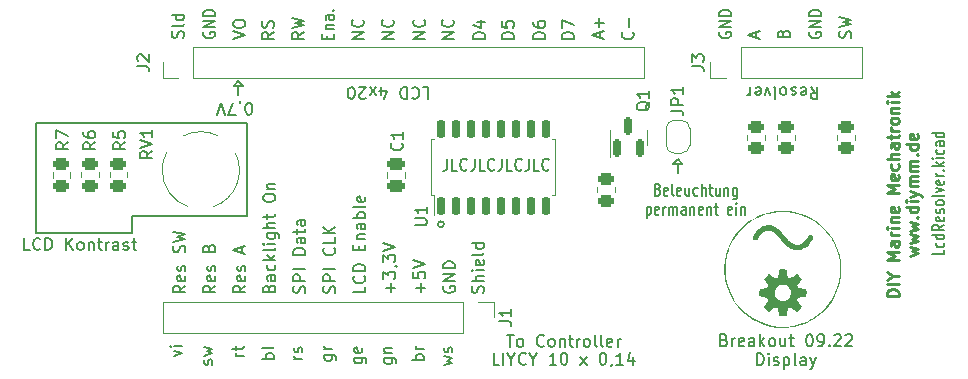
<source format=gto>
%TF.GenerationSoftware,KiCad,Pcbnew,(6.0.7)*%
%TF.CreationDate,2022-09-26T21:00:32+02:00*%
%TF.ProjectId,LcdResolver,4c636452-6573-46f6-9c76-65722e6b6963,0*%
%TF.SameCoordinates,Original*%
%TF.FileFunction,Legend,Top*%
%TF.FilePolarity,Positive*%
%FSLAX46Y46*%
G04 Gerber Fmt 4.6, Leading zero omitted, Abs format (unit mm)*
G04 Created by KiCad (PCBNEW (6.0.7)) date 2022-09-26 21:00:32*
%MOMM*%
%LPD*%
G01*
G04 APERTURE LIST*
G04 Aperture macros list*
%AMRoundRect*
0 Rectangle with rounded corners*
0 $1 Rounding radius*
0 $2 $3 $4 $5 $6 $7 $8 $9 X,Y pos of 4 corners*
0 Add a 4 corners polygon primitive as box body*
4,1,4,$2,$3,$4,$5,$6,$7,$8,$9,$2,$3,0*
0 Add four circle primitives for the rounded corners*
1,1,$1+$1,$2,$3*
1,1,$1+$1,$4,$5*
1,1,$1+$1,$6,$7*
1,1,$1+$1,$8,$9*
0 Add four rect primitives between the rounded corners*
20,1,$1+$1,$2,$3,$4,$5,0*
20,1,$1+$1,$4,$5,$6,$7,0*
20,1,$1+$1,$6,$7,$8,$9,0*
20,1,$1+$1,$8,$9,$2,$3,0*%
%AMFreePoly0*
4,1,22,0.500000,-0.750000,0.000000,-0.750000,0.000000,-0.745033,-0.079941,-0.743568,-0.215256,-0.701293,-0.333266,-0.622738,-0.424486,-0.514219,-0.481581,-0.384460,-0.499164,-0.250000,-0.500000,-0.250000,-0.500000,0.250000,-0.499164,0.250000,-0.499963,0.256109,-0.478152,0.396186,-0.417904,0.524511,-0.324060,0.630769,-0.204165,0.706417,-0.067858,0.745374,0.000000,0.744959,0.000000,0.750000,
0.500000,0.750000,0.500000,-0.750000,0.500000,-0.750000,$1*%
%AMFreePoly1*
4,1,20,0.000000,0.744959,0.073905,0.744508,0.209726,0.703889,0.328688,0.626782,0.421226,0.519385,0.479903,0.390333,0.500000,0.250000,0.500000,-0.250000,0.499851,-0.262216,0.476331,-0.402017,0.414519,-0.529596,0.319384,-0.634700,0.198574,-0.708877,0.061801,-0.746166,0.000000,-0.745033,0.000000,-0.750000,-0.500000,-0.750000,-0.500000,0.750000,0.000000,0.750000,0.000000,0.744959,
0.000000,0.744959,$1*%
G04 Aperture macros list end*
%ADD10C,0.150000*%
%ADD11C,0.250000*%
%ADD12C,0.120000*%
%ADD13RoundRect,0.250000X-0.450000X0.262500X-0.450000X-0.262500X0.450000X-0.262500X0.450000X0.262500X0*%
%ADD14R,1.700000X1.700000*%
%ADD15O,1.700000X1.700000*%
%ADD16C,1.620000*%
%ADD17RoundRect,0.150000X0.150000X-0.650000X0.150000X0.650000X-0.150000X0.650000X-0.150000X-0.650000X0*%
%ADD18RoundRect,0.250000X0.450000X-0.262500X0.450000X0.262500X-0.450000X0.262500X-0.450000X-0.262500X0*%
%ADD19FreePoly0,90.000000*%
%ADD20FreePoly1,90.000000*%
%ADD21C,3.200000*%
%ADD22RoundRect,0.150000X0.150000X-0.587500X0.150000X0.587500X-0.150000X0.587500X-0.150000X-0.587500X0*%
%ADD23RoundRect,0.250000X0.475000X-0.250000X0.475000X0.250000X-0.475000X0.250000X-0.475000X-0.250000X0*%
G04 APERTURE END LIST*
D10*
X133350000Y-98604000D02*
G75*
G03*
X133350000Y-98604000I-254000J0D01*
G01*
X116713000Y-90043000D02*
X116713000Y-97917000D01*
X106934000Y-97917000D02*
X106934000Y-99314000D01*
X153162000Y-93091000D02*
X153543000Y-93472000D01*
X115951000Y-86868000D02*
X115951000Y-87630000D01*
X153162000Y-93472000D02*
X153162000Y-94234000D01*
X98806000Y-90043000D02*
X116713000Y-90043000D01*
X106934000Y-99314000D02*
X98806000Y-99314000D01*
X115951000Y-86487000D02*
X116332000Y-86868000D01*
X152781000Y-93472000D02*
X153543000Y-93472000D01*
X115951000Y-86487000D02*
X115570000Y-86868000D01*
X115570000Y-86868000D02*
X116332000Y-86868000D01*
X116713000Y-97917000D02*
X106934000Y-97917000D01*
X153162000Y-93091000D02*
X152781000Y-93472000D01*
X98806000Y-99314000D02*
X98806000Y-90043000D01*
X124102761Y-104412023D02*
X124150380Y-104269166D01*
X124150380Y-104031071D01*
X124102761Y-103935833D01*
X124055142Y-103888214D01*
X123959904Y-103840595D01*
X123864666Y-103840595D01*
X123769428Y-103888214D01*
X123721809Y-103935833D01*
X123674190Y-104031071D01*
X123626571Y-104221547D01*
X123578952Y-104316785D01*
X123531333Y-104364404D01*
X123436095Y-104412023D01*
X123340857Y-104412023D01*
X123245619Y-104364404D01*
X123198000Y-104316785D01*
X123150380Y-104221547D01*
X123150380Y-103983452D01*
X123198000Y-103840595D01*
X124150380Y-103412023D02*
X123150380Y-103412023D01*
X123150380Y-103031071D01*
X123198000Y-102935833D01*
X123245619Y-102888214D01*
X123340857Y-102840595D01*
X123483714Y-102840595D01*
X123578952Y-102888214D01*
X123626571Y-102935833D01*
X123674190Y-103031071D01*
X123674190Y-103412023D01*
X124150380Y-102412023D02*
X123150380Y-102412023D01*
X124055142Y-100602500D02*
X124102761Y-100650119D01*
X124150380Y-100792976D01*
X124150380Y-100888214D01*
X124102761Y-101031071D01*
X124007523Y-101126309D01*
X123912285Y-101173928D01*
X123721809Y-101221547D01*
X123578952Y-101221547D01*
X123388476Y-101173928D01*
X123293238Y-101126309D01*
X123198000Y-101031071D01*
X123150380Y-100888214D01*
X123150380Y-100792976D01*
X123198000Y-100650119D01*
X123245619Y-100602500D01*
X124150380Y-99697738D02*
X124150380Y-100173928D01*
X123150380Y-100173928D01*
X124150380Y-99364404D02*
X123150380Y-99364404D01*
X124150380Y-98792976D02*
X123578952Y-99221547D01*
X123150380Y-98792976D02*
X123721809Y-99364404D01*
X138057619Y-110486380D02*
X137581428Y-110486380D01*
X137581428Y-109486380D01*
X138390952Y-110486380D02*
X138390952Y-109486380D01*
X139057619Y-110010190D02*
X139057619Y-110486380D01*
X138724285Y-109486380D02*
X139057619Y-110010190D01*
X139390952Y-109486380D01*
X140295714Y-110391142D02*
X140248095Y-110438761D01*
X140105238Y-110486380D01*
X140010000Y-110486380D01*
X139867142Y-110438761D01*
X139771904Y-110343523D01*
X139724285Y-110248285D01*
X139676666Y-110057809D01*
X139676666Y-109914952D01*
X139724285Y-109724476D01*
X139771904Y-109629238D01*
X139867142Y-109534000D01*
X140010000Y-109486380D01*
X140105238Y-109486380D01*
X140248095Y-109534000D01*
X140295714Y-109581619D01*
X140914761Y-110010190D02*
X140914761Y-110486380D01*
X140581428Y-109486380D02*
X140914761Y-110010190D01*
X141248095Y-109486380D01*
X142867142Y-110486380D02*
X142295714Y-110486380D01*
X142581428Y-110486380D02*
X142581428Y-109486380D01*
X142486190Y-109629238D01*
X142390952Y-109724476D01*
X142295714Y-109772095D01*
X143486190Y-109486380D02*
X143581428Y-109486380D01*
X143676666Y-109534000D01*
X143724285Y-109581619D01*
X143771904Y-109676857D01*
X143819523Y-109867333D01*
X143819523Y-110105428D01*
X143771904Y-110295904D01*
X143724285Y-110391142D01*
X143676666Y-110438761D01*
X143581428Y-110486380D01*
X143486190Y-110486380D01*
X143390952Y-110438761D01*
X143343333Y-110391142D01*
X143295714Y-110295904D01*
X143248095Y-110105428D01*
X143248095Y-109867333D01*
X143295714Y-109676857D01*
X143343333Y-109581619D01*
X143390952Y-109534000D01*
X143486190Y-109486380D01*
X144914761Y-110486380D02*
X145438571Y-109819714D01*
X144914761Y-109819714D02*
X145438571Y-110486380D01*
X146771904Y-109486380D02*
X146867142Y-109486380D01*
X146962380Y-109534000D01*
X147010000Y-109581619D01*
X147057619Y-109676857D01*
X147105238Y-109867333D01*
X147105238Y-110105428D01*
X147057619Y-110295904D01*
X147010000Y-110391142D01*
X146962380Y-110438761D01*
X146867142Y-110486380D01*
X146771904Y-110486380D01*
X146676666Y-110438761D01*
X146629047Y-110391142D01*
X146581428Y-110295904D01*
X146533809Y-110105428D01*
X146533809Y-109867333D01*
X146581428Y-109676857D01*
X146629047Y-109581619D01*
X146676666Y-109534000D01*
X146771904Y-109486380D01*
X147581428Y-110438761D02*
X147581428Y-110486380D01*
X147533809Y-110581619D01*
X147486190Y-110629238D01*
X148533809Y-110486380D02*
X147962380Y-110486380D01*
X148248095Y-110486380D02*
X148248095Y-109486380D01*
X148152857Y-109629238D01*
X148057619Y-109724476D01*
X147962380Y-109772095D01*
X149390952Y-109819714D02*
X149390952Y-110486380D01*
X149152857Y-109438761D02*
X148914761Y-110153047D01*
X149533809Y-110153047D01*
X121356380Y-109999976D02*
X120689714Y-109999976D01*
X120880190Y-109999976D02*
X120784952Y-109952357D01*
X120737333Y-109904738D01*
X120689714Y-109809500D01*
X120689714Y-109714261D01*
X121308761Y-109428547D02*
X121356380Y-109333309D01*
X121356380Y-109142833D01*
X121308761Y-109047595D01*
X121213523Y-108999976D01*
X121165904Y-108999976D01*
X121070666Y-109047595D01*
X121023047Y-109142833D01*
X121023047Y-109285690D01*
X120975428Y-109380928D01*
X120880190Y-109428547D01*
X120832571Y-109428547D01*
X120737333Y-109380928D01*
X120689714Y-109285690D01*
X120689714Y-109142833D01*
X120737333Y-109047595D01*
X116403380Y-109761880D02*
X115736714Y-109761880D01*
X115927190Y-109761880D02*
X115831952Y-109714261D01*
X115784333Y-109666642D01*
X115736714Y-109571404D01*
X115736714Y-109476166D01*
X115736714Y-109285690D02*
X115736714Y-108904738D01*
X115403380Y-109142833D02*
X116260523Y-109142833D01*
X116355761Y-109095214D01*
X116403380Y-108999976D01*
X116403380Y-108904738D01*
X131389428Y-104364404D02*
X131389428Y-103602500D01*
X131770380Y-103983452D02*
X131008476Y-103983452D01*
X130770380Y-102650119D02*
X130770380Y-103126309D01*
X131246571Y-103173928D01*
X131198952Y-103126309D01*
X131151333Y-103031071D01*
X131151333Y-102792976D01*
X131198952Y-102697738D01*
X131246571Y-102650119D01*
X131341809Y-102602500D01*
X131579904Y-102602500D01*
X131675142Y-102650119D01*
X131722761Y-102697738D01*
X131770380Y-102792976D01*
X131770380Y-103031071D01*
X131722761Y-103126309D01*
X131675142Y-103173928D01*
X130770380Y-102316785D02*
X131770380Y-101983452D01*
X130770380Y-101650119D01*
X111275761Y-82822023D02*
X111323380Y-82679166D01*
X111323380Y-82441071D01*
X111275761Y-82345833D01*
X111228142Y-82298214D01*
X111132904Y-82250595D01*
X111037666Y-82250595D01*
X110942428Y-82298214D01*
X110894809Y-82345833D01*
X110847190Y-82441071D01*
X110799571Y-82631547D01*
X110751952Y-82726785D01*
X110704333Y-82774404D01*
X110609095Y-82822023D01*
X110513857Y-82822023D01*
X110418619Y-82774404D01*
X110371000Y-82726785D01*
X110323380Y-82631547D01*
X110323380Y-82393452D01*
X110371000Y-82250595D01*
X111323380Y-81679166D02*
X111275761Y-81774404D01*
X111180523Y-81822023D01*
X110323380Y-81822023D01*
X111323380Y-80869642D02*
X110323380Y-80869642D01*
X111275761Y-80869642D02*
X111323380Y-80964880D01*
X111323380Y-81155357D01*
X111275761Y-81250595D01*
X111228142Y-81298214D01*
X111132904Y-81345833D01*
X110847190Y-81345833D01*
X110751952Y-81298214D01*
X110704333Y-81250595D01*
X110656714Y-81155357D01*
X110656714Y-80964880D01*
X110704333Y-80869642D01*
D11*
X171859380Y-104683047D02*
X170859380Y-104683047D01*
X170859380Y-104444952D01*
X170907000Y-104302095D01*
X171002238Y-104206857D01*
X171097476Y-104159238D01*
X171287952Y-104111619D01*
X171430809Y-104111619D01*
X171621285Y-104159238D01*
X171716523Y-104206857D01*
X171811761Y-104302095D01*
X171859380Y-104444952D01*
X171859380Y-104683047D01*
X171859380Y-103683047D02*
X170859380Y-103683047D01*
X171383190Y-103016380D02*
X171859380Y-103016380D01*
X170859380Y-103349714D02*
X171383190Y-103016380D01*
X170859380Y-102683047D01*
X171859380Y-101587809D02*
X170859380Y-101587809D01*
X171573666Y-101254476D01*
X170859380Y-100921142D01*
X171859380Y-100921142D01*
X171859380Y-100016380D02*
X171335571Y-100016380D01*
X171240333Y-100064000D01*
X171192714Y-100159238D01*
X171192714Y-100349714D01*
X171240333Y-100444952D01*
X171811761Y-100016380D02*
X171859380Y-100111619D01*
X171859380Y-100349714D01*
X171811761Y-100444952D01*
X171716523Y-100492571D01*
X171621285Y-100492571D01*
X171526047Y-100444952D01*
X171478428Y-100349714D01*
X171478428Y-100111619D01*
X171430809Y-100016380D01*
X171859380Y-99540190D02*
X171192714Y-99540190D01*
X171383190Y-99540190D02*
X171287952Y-99492571D01*
X171240333Y-99444952D01*
X171192714Y-99349714D01*
X171192714Y-99254476D01*
X171859380Y-98921142D02*
X171192714Y-98921142D01*
X170859380Y-98921142D02*
X170907000Y-98968761D01*
X170954619Y-98921142D01*
X170907000Y-98873523D01*
X170859380Y-98921142D01*
X170954619Y-98921142D01*
X171192714Y-98444952D02*
X171859380Y-98444952D01*
X171287952Y-98444952D02*
X171240333Y-98397333D01*
X171192714Y-98302095D01*
X171192714Y-98159238D01*
X171240333Y-98064000D01*
X171335571Y-98016380D01*
X171859380Y-98016380D01*
X171811761Y-97159238D02*
X171859380Y-97254476D01*
X171859380Y-97444952D01*
X171811761Y-97540190D01*
X171716523Y-97587809D01*
X171335571Y-97587809D01*
X171240333Y-97540190D01*
X171192714Y-97444952D01*
X171192714Y-97254476D01*
X171240333Y-97159238D01*
X171335571Y-97111619D01*
X171430809Y-97111619D01*
X171526047Y-97587809D01*
X171859380Y-95921142D02*
X170859380Y-95921142D01*
X171573666Y-95587809D01*
X170859380Y-95254476D01*
X171859380Y-95254476D01*
X171811761Y-94397333D02*
X171859380Y-94492571D01*
X171859380Y-94683047D01*
X171811761Y-94778285D01*
X171716523Y-94825904D01*
X171335571Y-94825904D01*
X171240333Y-94778285D01*
X171192714Y-94683047D01*
X171192714Y-94492571D01*
X171240333Y-94397333D01*
X171335571Y-94349714D01*
X171430809Y-94349714D01*
X171526047Y-94825904D01*
X171811761Y-93492571D02*
X171859380Y-93587809D01*
X171859380Y-93778285D01*
X171811761Y-93873523D01*
X171764142Y-93921142D01*
X171668904Y-93968761D01*
X171383190Y-93968761D01*
X171287952Y-93921142D01*
X171240333Y-93873523D01*
X171192714Y-93778285D01*
X171192714Y-93587809D01*
X171240333Y-93492571D01*
X171859380Y-93064000D02*
X170859380Y-93064000D01*
X171859380Y-92635428D02*
X171335571Y-92635428D01*
X171240333Y-92683047D01*
X171192714Y-92778285D01*
X171192714Y-92921142D01*
X171240333Y-93016380D01*
X171287952Y-93064000D01*
X171859380Y-91730666D02*
X171335571Y-91730666D01*
X171240333Y-91778285D01*
X171192714Y-91873523D01*
X171192714Y-92064000D01*
X171240333Y-92159238D01*
X171811761Y-91730666D02*
X171859380Y-91825904D01*
X171859380Y-92064000D01*
X171811761Y-92159238D01*
X171716523Y-92206857D01*
X171621285Y-92206857D01*
X171526047Y-92159238D01*
X171478428Y-92064000D01*
X171478428Y-91825904D01*
X171430809Y-91730666D01*
X171192714Y-91397333D02*
X171192714Y-91016380D01*
X170859380Y-91254476D02*
X171716523Y-91254476D01*
X171811761Y-91206857D01*
X171859380Y-91111619D01*
X171859380Y-91016380D01*
X171859380Y-90683047D02*
X171192714Y-90683047D01*
X171383190Y-90683047D02*
X171287952Y-90635428D01*
X171240333Y-90587809D01*
X171192714Y-90492571D01*
X171192714Y-90397333D01*
X171859380Y-89921142D02*
X171811761Y-90016380D01*
X171764142Y-90064000D01*
X171668904Y-90111619D01*
X171383190Y-90111619D01*
X171287952Y-90064000D01*
X171240333Y-90016380D01*
X171192714Y-89921142D01*
X171192714Y-89778285D01*
X171240333Y-89683047D01*
X171287952Y-89635428D01*
X171383190Y-89587809D01*
X171668904Y-89587809D01*
X171764142Y-89635428D01*
X171811761Y-89683047D01*
X171859380Y-89778285D01*
X171859380Y-89921142D01*
X171192714Y-89159238D02*
X171859380Y-89159238D01*
X171287952Y-89159238D02*
X171240333Y-89111619D01*
X171192714Y-89016380D01*
X171192714Y-88873523D01*
X171240333Y-88778285D01*
X171335571Y-88730666D01*
X171859380Y-88730666D01*
X171859380Y-88254476D02*
X171192714Y-88254476D01*
X170859380Y-88254476D02*
X170907000Y-88302095D01*
X170954619Y-88254476D01*
X170907000Y-88206857D01*
X170859380Y-88254476D01*
X170954619Y-88254476D01*
X171859380Y-87778285D02*
X170859380Y-87778285D01*
X171478428Y-87683047D02*
X171859380Y-87397333D01*
X171192714Y-87397333D02*
X171573666Y-87778285D01*
X172802714Y-101254476D02*
X173469380Y-101064000D01*
X172993190Y-100873523D01*
X173469380Y-100683047D01*
X172802714Y-100492571D01*
X172802714Y-100206857D02*
X173469380Y-100016380D01*
X172993190Y-99825904D01*
X173469380Y-99635428D01*
X172802714Y-99444952D01*
X172802714Y-99159238D02*
X173469380Y-98968761D01*
X172993190Y-98778285D01*
X173469380Y-98587809D01*
X172802714Y-98397333D01*
X173374142Y-98016380D02*
X173421761Y-97968761D01*
X173469380Y-98016380D01*
X173421761Y-98064000D01*
X173374142Y-98016380D01*
X173469380Y-98016380D01*
X173469380Y-97111619D02*
X172469380Y-97111619D01*
X173421761Y-97111619D02*
X173469380Y-97206857D01*
X173469380Y-97397333D01*
X173421761Y-97492571D01*
X173374142Y-97540190D01*
X173278904Y-97587809D01*
X172993190Y-97587809D01*
X172897952Y-97540190D01*
X172850333Y-97492571D01*
X172802714Y-97397333D01*
X172802714Y-97206857D01*
X172850333Y-97111619D01*
X173469380Y-96635428D02*
X172802714Y-96635428D01*
X172469380Y-96635428D02*
X172517000Y-96683047D01*
X172564619Y-96635428D01*
X172517000Y-96587809D01*
X172469380Y-96635428D01*
X172564619Y-96635428D01*
X172802714Y-96254476D02*
X173469380Y-96016380D01*
X172802714Y-95778285D02*
X173469380Y-96016380D01*
X173707476Y-96111619D01*
X173755095Y-96159238D01*
X173802714Y-96254476D01*
X173469380Y-95397333D02*
X172802714Y-95397333D01*
X172897952Y-95397333D02*
X172850333Y-95349714D01*
X172802714Y-95254476D01*
X172802714Y-95111619D01*
X172850333Y-95016380D01*
X172945571Y-94968761D01*
X173469380Y-94968761D01*
X172945571Y-94968761D02*
X172850333Y-94921142D01*
X172802714Y-94825904D01*
X172802714Y-94683047D01*
X172850333Y-94587809D01*
X172945571Y-94540190D01*
X173469380Y-94540190D01*
X173469380Y-94064000D02*
X172802714Y-94064000D01*
X172897952Y-94064000D02*
X172850333Y-94016380D01*
X172802714Y-93921142D01*
X172802714Y-93778285D01*
X172850333Y-93683047D01*
X172945571Y-93635428D01*
X173469380Y-93635428D01*
X172945571Y-93635428D02*
X172850333Y-93587809D01*
X172802714Y-93492571D01*
X172802714Y-93349714D01*
X172850333Y-93254476D01*
X172945571Y-93206857D01*
X173469380Y-93206857D01*
X173374142Y-92730666D02*
X173421761Y-92683047D01*
X173469380Y-92730666D01*
X173421761Y-92778285D01*
X173374142Y-92730666D01*
X173469380Y-92730666D01*
X173469380Y-91825904D02*
X172469380Y-91825904D01*
X173421761Y-91825904D02*
X173469380Y-91921142D01*
X173469380Y-92111619D01*
X173421761Y-92206857D01*
X173374142Y-92254476D01*
X173278904Y-92302095D01*
X172993190Y-92302095D01*
X172897952Y-92254476D01*
X172850333Y-92206857D01*
X172802714Y-92111619D01*
X172802714Y-91921142D01*
X172850333Y-91825904D01*
X173421761Y-90968761D02*
X173469380Y-91064000D01*
X173469380Y-91254476D01*
X173421761Y-91349714D01*
X173326523Y-91397333D01*
X172945571Y-91397333D01*
X172850333Y-91349714D01*
X172802714Y-91254476D01*
X172802714Y-91064000D01*
X172850333Y-90968761D01*
X172945571Y-90921142D01*
X173040809Y-90921142D01*
X173136047Y-91397333D01*
D10*
X126690380Y-103888214D02*
X126690380Y-104364404D01*
X125690380Y-104364404D01*
X126595142Y-102983452D02*
X126642761Y-103031071D01*
X126690380Y-103173928D01*
X126690380Y-103269166D01*
X126642761Y-103412023D01*
X126547523Y-103507261D01*
X126452285Y-103554880D01*
X126261809Y-103602500D01*
X126118952Y-103602500D01*
X125928476Y-103554880D01*
X125833238Y-103507261D01*
X125738000Y-103412023D01*
X125690380Y-103269166D01*
X125690380Y-103173928D01*
X125738000Y-103031071D01*
X125785619Y-102983452D01*
X126690380Y-102554880D02*
X125690380Y-102554880D01*
X125690380Y-102316785D01*
X125738000Y-102173928D01*
X125833238Y-102078690D01*
X125928476Y-102031071D01*
X126118952Y-101983452D01*
X126261809Y-101983452D01*
X126452285Y-102031071D01*
X126547523Y-102078690D01*
X126642761Y-102173928D01*
X126690380Y-102316785D01*
X126690380Y-102554880D01*
X126166571Y-100792976D02*
X126166571Y-100459642D01*
X126690380Y-100316785D02*
X126690380Y-100792976D01*
X125690380Y-100792976D01*
X125690380Y-100316785D01*
X126023714Y-99888214D02*
X126690380Y-99888214D01*
X126118952Y-99888214D02*
X126071333Y-99840595D01*
X126023714Y-99745357D01*
X126023714Y-99602500D01*
X126071333Y-99507261D01*
X126166571Y-99459642D01*
X126690380Y-99459642D01*
X126690380Y-98554880D02*
X126166571Y-98554880D01*
X126071333Y-98602500D01*
X126023714Y-98697738D01*
X126023714Y-98888214D01*
X126071333Y-98983452D01*
X126642761Y-98554880D02*
X126690380Y-98650119D01*
X126690380Y-98888214D01*
X126642761Y-98983452D01*
X126547523Y-99031071D01*
X126452285Y-99031071D01*
X126357047Y-98983452D01*
X126309428Y-98888214D01*
X126309428Y-98650119D01*
X126261809Y-98554880D01*
X126690380Y-98078690D02*
X125690380Y-98078690D01*
X126071333Y-98078690D02*
X126023714Y-97983452D01*
X126023714Y-97792976D01*
X126071333Y-97697738D01*
X126118952Y-97650119D01*
X126214190Y-97602500D01*
X126499904Y-97602500D01*
X126595142Y-97650119D01*
X126642761Y-97697738D01*
X126690380Y-97792976D01*
X126690380Y-97983452D01*
X126642761Y-98078690D01*
X126690380Y-97031071D02*
X126642761Y-97126309D01*
X126547523Y-97173928D01*
X125690380Y-97173928D01*
X126642761Y-96269166D02*
X126690380Y-96364404D01*
X126690380Y-96554880D01*
X126642761Y-96650119D01*
X126547523Y-96697738D01*
X126166571Y-96697738D01*
X126071333Y-96650119D01*
X126023714Y-96554880D01*
X126023714Y-96364404D01*
X126071333Y-96269166D01*
X126166571Y-96221547D01*
X126261809Y-96221547D01*
X126357047Y-96697738D01*
X131555761Y-86975619D02*
X132031952Y-86975619D01*
X132031952Y-87975619D01*
X130651000Y-87070857D02*
X130698619Y-87023238D01*
X130841476Y-86975619D01*
X130936714Y-86975619D01*
X131079571Y-87023238D01*
X131174809Y-87118476D01*
X131222428Y-87213714D01*
X131270047Y-87404190D01*
X131270047Y-87547047D01*
X131222428Y-87737523D01*
X131174809Y-87832761D01*
X131079571Y-87928000D01*
X130936714Y-87975619D01*
X130841476Y-87975619D01*
X130698619Y-87928000D01*
X130651000Y-87880380D01*
X130222428Y-86975619D02*
X130222428Y-87975619D01*
X129984333Y-87975619D01*
X129841476Y-87928000D01*
X129746238Y-87832761D01*
X129698619Y-87737523D01*
X129651000Y-87547047D01*
X129651000Y-87404190D01*
X129698619Y-87213714D01*
X129746238Y-87118476D01*
X129841476Y-87023238D01*
X129984333Y-86975619D01*
X130222428Y-86975619D01*
X128031952Y-87642285D02*
X128031952Y-86975619D01*
X128270047Y-88023238D02*
X128508142Y-87308952D01*
X127889095Y-87308952D01*
X127603380Y-86975619D02*
X127079571Y-87642285D01*
X127603380Y-87642285D02*
X127079571Y-86975619D01*
X126746238Y-87880380D02*
X126698619Y-87928000D01*
X126603380Y-87975619D01*
X126365285Y-87975619D01*
X126270047Y-87928000D01*
X126222428Y-87880380D01*
X126174809Y-87785142D01*
X126174809Y-87689904D01*
X126222428Y-87547047D01*
X126793857Y-86975619D01*
X126174809Y-86975619D01*
X125555761Y-87975619D02*
X125460523Y-87975619D01*
X125365285Y-87928000D01*
X125317666Y-87880380D01*
X125270047Y-87785142D01*
X125222428Y-87594666D01*
X125222428Y-87356571D01*
X125270047Y-87166095D01*
X125317666Y-87070857D01*
X125365285Y-87023238D01*
X125460523Y-86975619D01*
X125555761Y-86975619D01*
X125651000Y-87023238D01*
X125698619Y-87070857D01*
X125746238Y-87166095D01*
X125793857Y-87356571D01*
X125793857Y-87594666D01*
X125746238Y-87785142D01*
X125698619Y-87880380D01*
X125651000Y-87928000D01*
X125555761Y-87975619D01*
X110529714Y-109777738D02*
X111196380Y-109539642D01*
X110529714Y-109301547D01*
X111196380Y-108920595D02*
X110529714Y-108920595D01*
X110196380Y-108920595D02*
X110244000Y-108968214D01*
X110291619Y-108920595D01*
X110244000Y-108872976D01*
X110196380Y-108920595D01*
X110291619Y-108920595D01*
X128849428Y-104364404D02*
X128849428Y-103602500D01*
X129230380Y-103983452D02*
X128468476Y-103983452D01*
X128230380Y-103221547D02*
X128230380Y-102602500D01*
X128611333Y-102935833D01*
X128611333Y-102792976D01*
X128658952Y-102697738D01*
X128706571Y-102650119D01*
X128801809Y-102602500D01*
X129039904Y-102602500D01*
X129135142Y-102650119D01*
X129182761Y-102697738D01*
X129230380Y-102792976D01*
X129230380Y-103078690D01*
X129182761Y-103173928D01*
X129135142Y-103221547D01*
X129182761Y-102126309D02*
X129230380Y-102126309D01*
X129325619Y-102173928D01*
X129373238Y-102221547D01*
X128230380Y-101792976D02*
X128230380Y-101173928D01*
X128611333Y-101507261D01*
X128611333Y-101364404D01*
X128658952Y-101269166D01*
X128706571Y-101221547D01*
X128801809Y-101173928D01*
X129039904Y-101173928D01*
X129135142Y-101221547D01*
X129182761Y-101269166D01*
X129230380Y-101364404D01*
X129230380Y-101650119D01*
X129182761Y-101745357D01*
X129135142Y-101792976D01*
X128230380Y-100888214D02*
X129230380Y-100554880D01*
X128230380Y-100221547D01*
X156726000Y-82326785D02*
X156678380Y-82412500D01*
X156678380Y-82541071D01*
X156726000Y-82669642D01*
X156821238Y-82755357D01*
X156916476Y-82798214D01*
X157106952Y-82841071D01*
X157249809Y-82841071D01*
X157440285Y-82798214D01*
X157535523Y-82755357D01*
X157630761Y-82669642D01*
X157678380Y-82541071D01*
X157678380Y-82455357D01*
X157630761Y-82326785D01*
X157583142Y-82283928D01*
X157249809Y-82283928D01*
X157249809Y-82455357D01*
X157678380Y-81898214D02*
X156678380Y-81898214D01*
X157678380Y-81383928D01*
X156678380Y-81383928D01*
X157678380Y-80955357D02*
X156678380Y-80955357D01*
X156678380Y-80741071D01*
X156726000Y-80612500D01*
X156821238Y-80526785D01*
X156916476Y-80483928D01*
X157106952Y-80441071D01*
X157249809Y-80441071D01*
X157440285Y-80483928D01*
X157535523Y-80526785D01*
X157630761Y-80612500D01*
X157678380Y-80741071D01*
X157678380Y-80955357D01*
X98274714Y-100782380D02*
X97798523Y-100782380D01*
X97798523Y-99782380D01*
X99179476Y-100687142D02*
X99131857Y-100734761D01*
X98989000Y-100782380D01*
X98893761Y-100782380D01*
X98750904Y-100734761D01*
X98655666Y-100639523D01*
X98608047Y-100544285D01*
X98560428Y-100353809D01*
X98560428Y-100210952D01*
X98608047Y-100020476D01*
X98655666Y-99925238D01*
X98750904Y-99830000D01*
X98893761Y-99782380D01*
X98989000Y-99782380D01*
X99131857Y-99830000D01*
X99179476Y-99877619D01*
X99608047Y-100782380D02*
X99608047Y-99782380D01*
X99846142Y-99782380D01*
X99989000Y-99830000D01*
X100084238Y-99925238D01*
X100131857Y-100020476D01*
X100179476Y-100210952D01*
X100179476Y-100353809D01*
X100131857Y-100544285D01*
X100084238Y-100639523D01*
X99989000Y-100734761D01*
X99846142Y-100782380D01*
X99608047Y-100782380D01*
X101369952Y-100782380D02*
X101369952Y-99782380D01*
X101941380Y-100782380D02*
X101512809Y-100210952D01*
X101941380Y-99782380D02*
X101369952Y-100353809D01*
X102512809Y-100782380D02*
X102417571Y-100734761D01*
X102369952Y-100687142D01*
X102322333Y-100591904D01*
X102322333Y-100306190D01*
X102369952Y-100210952D01*
X102417571Y-100163333D01*
X102512809Y-100115714D01*
X102655666Y-100115714D01*
X102750904Y-100163333D01*
X102798523Y-100210952D01*
X102846142Y-100306190D01*
X102846142Y-100591904D01*
X102798523Y-100687142D01*
X102750904Y-100734761D01*
X102655666Y-100782380D01*
X102512809Y-100782380D01*
X103274714Y-100115714D02*
X103274714Y-100782380D01*
X103274714Y-100210952D02*
X103322333Y-100163333D01*
X103417571Y-100115714D01*
X103560428Y-100115714D01*
X103655666Y-100163333D01*
X103703285Y-100258571D01*
X103703285Y-100782380D01*
X104036619Y-100115714D02*
X104417571Y-100115714D01*
X104179476Y-99782380D02*
X104179476Y-100639523D01*
X104227095Y-100734761D01*
X104322333Y-100782380D01*
X104417571Y-100782380D01*
X104750904Y-100782380D02*
X104750904Y-100115714D01*
X104750904Y-100306190D02*
X104798523Y-100210952D01*
X104846142Y-100163333D01*
X104941380Y-100115714D01*
X105036619Y-100115714D01*
X105798523Y-100782380D02*
X105798523Y-100258571D01*
X105750904Y-100163333D01*
X105655666Y-100115714D01*
X105465190Y-100115714D01*
X105369952Y-100163333D01*
X105798523Y-100734761D02*
X105703285Y-100782380D01*
X105465190Y-100782380D01*
X105369952Y-100734761D01*
X105322333Y-100639523D01*
X105322333Y-100544285D01*
X105369952Y-100449047D01*
X105465190Y-100401428D01*
X105703285Y-100401428D01*
X105798523Y-100353809D01*
X106227095Y-100734761D02*
X106322333Y-100782380D01*
X106512809Y-100782380D01*
X106608047Y-100734761D01*
X106655666Y-100639523D01*
X106655666Y-100591904D01*
X106608047Y-100496666D01*
X106512809Y-100449047D01*
X106369952Y-100449047D01*
X106274714Y-100401428D01*
X106227095Y-100306190D01*
X106227095Y-100258571D01*
X106274714Y-100163333D01*
X106369952Y-100115714D01*
X106512809Y-100115714D01*
X106608047Y-100163333D01*
X106941380Y-100115714D02*
X107322333Y-100115714D01*
X107084238Y-99782380D02*
X107084238Y-100639523D01*
X107131857Y-100734761D01*
X107227095Y-100782380D01*
X107322333Y-100782380D01*
X133389714Y-110523785D02*
X134056380Y-110333309D01*
X133580190Y-110142833D01*
X134056380Y-109952357D01*
X133389714Y-109761880D01*
X134008761Y-109428547D02*
X134056380Y-109333309D01*
X134056380Y-109142833D01*
X134008761Y-109047595D01*
X133913523Y-108999976D01*
X133865904Y-108999976D01*
X133770666Y-109047595D01*
X133723047Y-109142833D01*
X133723047Y-109285690D01*
X133675428Y-109380928D01*
X133580190Y-109428547D01*
X133532571Y-109428547D01*
X133437333Y-109380928D01*
X133389714Y-109285690D01*
X133389714Y-109142833D01*
X133437333Y-109047595D01*
X133358000Y-103840595D02*
X133310380Y-103935833D01*
X133310380Y-104078690D01*
X133358000Y-104221547D01*
X133453238Y-104316785D01*
X133548476Y-104364404D01*
X133738952Y-104412023D01*
X133881809Y-104412023D01*
X134072285Y-104364404D01*
X134167523Y-104316785D01*
X134262761Y-104221547D01*
X134310380Y-104078690D01*
X134310380Y-103983452D01*
X134262761Y-103840595D01*
X134215142Y-103792976D01*
X133881809Y-103792976D01*
X133881809Y-103983452D01*
X134310380Y-103364404D02*
X133310380Y-103364404D01*
X134310380Y-102792976D01*
X133310380Y-102792976D01*
X134310380Y-102316785D02*
X133310380Y-102316785D01*
X133310380Y-102078690D01*
X133358000Y-101935833D01*
X133453238Y-101840595D01*
X133548476Y-101792976D01*
X133738952Y-101745357D01*
X133881809Y-101745357D01*
X134072285Y-101792976D01*
X134167523Y-101840595D01*
X134262761Y-101935833D01*
X134310380Y-102078690D01*
X134310380Y-102316785D01*
X115530380Y-82917261D02*
X116530380Y-82583928D01*
X115530380Y-82250595D01*
X115530380Y-81726785D02*
X115530380Y-81536309D01*
X115578000Y-81441071D01*
X115673238Y-81345833D01*
X115863714Y-81298214D01*
X116197047Y-81298214D01*
X116387523Y-81345833D01*
X116482761Y-81441071D01*
X116530380Y-81536309D01*
X116530380Y-81726785D01*
X116482761Y-81822023D01*
X116387523Y-81917261D01*
X116197047Y-81964880D01*
X115863714Y-81964880D01*
X115673238Y-81917261D01*
X115578000Y-81822023D01*
X115530380Y-81726785D01*
X131770380Y-82901404D02*
X130770380Y-82901404D01*
X131770380Y-82329976D01*
X130770380Y-82329976D01*
X131675142Y-81282357D02*
X131722761Y-81329976D01*
X131770380Y-81472833D01*
X131770380Y-81568071D01*
X131722761Y-81710928D01*
X131627523Y-81806166D01*
X131532285Y-81853785D01*
X131341809Y-81901404D01*
X131198952Y-81901404D01*
X131008476Y-81853785D01*
X130913238Y-81806166D01*
X130818000Y-81710928D01*
X130770380Y-81568071D01*
X130770380Y-81472833D01*
X130818000Y-81329976D01*
X130865619Y-81282357D01*
X164409142Y-86975619D02*
X164742476Y-87451809D01*
X164980571Y-86975619D02*
X164980571Y-87975619D01*
X164599619Y-87975619D01*
X164504380Y-87928000D01*
X164456761Y-87880380D01*
X164409142Y-87785142D01*
X164409142Y-87642285D01*
X164456761Y-87547047D01*
X164504380Y-87499428D01*
X164599619Y-87451809D01*
X164980571Y-87451809D01*
X163599619Y-87023238D02*
X163694857Y-86975619D01*
X163885333Y-86975619D01*
X163980571Y-87023238D01*
X164028190Y-87118476D01*
X164028190Y-87499428D01*
X163980571Y-87594666D01*
X163885333Y-87642285D01*
X163694857Y-87642285D01*
X163599619Y-87594666D01*
X163552000Y-87499428D01*
X163552000Y-87404190D01*
X164028190Y-87308952D01*
X163171047Y-87023238D02*
X163075809Y-86975619D01*
X162885333Y-86975619D01*
X162790095Y-87023238D01*
X162742476Y-87118476D01*
X162742476Y-87166095D01*
X162790095Y-87261333D01*
X162885333Y-87308952D01*
X163028190Y-87308952D01*
X163123428Y-87356571D01*
X163171047Y-87451809D01*
X163171047Y-87499428D01*
X163123428Y-87594666D01*
X163028190Y-87642285D01*
X162885333Y-87642285D01*
X162790095Y-87594666D01*
X162171047Y-86975619D02*
X162266285Y-87023238D01*
X162313904Y-87070857D01*
X162361523Y-87166095D01*
X162361523Y-87451809D01*
X162313904Y-87547047D01*
X162266285Y-87594666D01*
X162171047Y-87642285D01*
X162028190Y-87642285D01*
X161932952Y-87594666D01*
X161885333Y-87547047D01*
X161837714Y-87451809D01*
X161837714Y-87166095D01*
X161885333Y-87070857D01*
X161932952Y-87023238D01*
X162028190Y-86975619D01*
X162171047Y-86975619D01*
X161266285Y-86975619D02*
X161361523Y-87023238D01*
X161409142Y-87118476D01*
X161409142Y-87975619D01*
X160980571Y-87642285D02*
X160742476Y-86975619D01*
X160504380Y-87642285D01*
X159742476Y-87023238D02*
X159837714Y-86975619D01*
X160028190Y-86975619D01*
X160123428Y-87023238D01*
X160171047Y-87118476D01*
X160171047Y-87499428D01*
X160123428Y-87594666D01*
X160028190Y-87642285D01*
X159837714Y-87642285D01*
X159742476Y-87594666D01*
X159694857Y-87499428D01*
X159694857Y-87404190D01*
X160171047Y-87308952D01*
X159266285Y-86975619D02*
X159266285Y-87642285D01*
X159266285Y-87451809D02*
X159218666Y-87547047D01*
X159171047Y-87594666D01*
X159075809Y-87642285D01*
X158980571Y-87642285D01*
X121470992Y-82329976D02*
X120994802Y-82663309D01*
X121470992Y-82901404D02*
X120470992Y-82901404D01*
X120470992Y-82520452D01*
X120518612Y-82425214D01*
X120566231Y-82377595D01*
X120661469Y-82329976D01*
X120804326Y-82329976D01*
X120899564Y-82377595D01*
X120947183Y-82425214D01*
X120994802Y-82520452D01*
X120994802Y-82901404D01*
X120470992Y-81996642D02*
X121470992Y-81758547D01*
X120756707Y-81568071D01*
X121470992Y-81377595D01*
X120470992Y-81139500D01*
X164346000Y-82326785D02*
X164298380Y-82412500D01*
X164298380Y-82541071D01*
X164346000Y-82669642D01*
X164441238Y-82755357D01*
X164536476Y-82798214D01*
X164726952Y-82841071D01*
X164869809Y-82841071D01*
X165060285Y-82798214D01*
X165155523Y-82755357D01*
X165250761Y-82669642D01*
X165298380Y-82541071D01*
X165298380Y-82455357D01*
X165250761Y-82326785D01*
X165203142Y-82283928D01*
X164869809Y-82283928D01*
X164869809Y-82455357D01*
X165298380Y-81898214D02*
X164298380Y-81898214D01*
X165298380Y-81383928D01*
X164298380Y-81383928D01*
X165298380Y-80955357D02*
X164298380Y-80955357D01*
X164298380Y-80741071D01*
X164346000Y-80612500D01*
X164441238Y-80526785D01*
X164536476Y-80483928D01*
X164726952Y-80441071D01*
X164869809Y-80441071D01*
X165060285Y-80483928D01*
X165155523Y-80526785D01*
X165250761Y-80612500D01*
X165298380Y-80741071D01*
X165298380Y-80955357D01*
X157067904Y-108395571D02*
X157210761Y-108443190D01*
X157258380Y-108490809D01*
X157306000Y-108586047D01*
X157306000Y-108728904D01*
X157258380Y-108824142D01*
X157210761Y-108871761D01*
X157115523Y-108919380D01*
X156734571Y-108919380D01*
X156734571Y-107919380D01*
X157067904Y-107919380D01*
X157163142Y-107967000D01*
X157210761Y-108014619D01*
X157258380Y-108109857D01*
X157258380Y-108205095D01*
X157210761Y-108300333D01*
X157163142Y-108347952D01*
X157067904Y-108395571D01*
X156734571Y-108395571D01*
X157734571Y-108919380D02*
X157734571Y-108252714D01*
X157734571Y-108443190D02*
X157782190Y-108347952D01*
X157829809Y-108300333D01*
X157925047Y-108252714D01*
X158020285Y-108252714D01*
X158734571Y-108871761D02*
X158639333Y-108919380D01*
X158448857Y-108919380D01*
X158353619Y-108871761D01*
X158306000Y-108776523D01*
X158306000Y-108395571D01*
X158353619Y-108300333D01*
X158448857Y-108252714D01*
X158639333Y-108252714D01*
X158734571Y-108300333D01*
X158782190Y-108395571D01*
X158782190Y-108490809D01*
X158306000Y-108586047D01*
X159639333Y-108919380D02*
X159639333Y-108395571D01*
X159591714Y-108300333D01*
X159496476Y-108252714D01*
X159306000Y-108252714D01*
X159210761Y-108300333D01*
X159639333Y-108871761D02*
X159544095Y-108919380D01*
X159306000Y-108919380D01*
X159210761Y-108871761D01*
X159163142Y-108776523D01*
X159163142Y-108681285D01*
X159210761Y-108586047D01*
X159306000Y-108538428D01*
X159544095Y-108538428D01*
X159639333Y-108490809D01*
X160115523Y-108919380D02*
X160115523Y-107919380D01*
X160210761Y-108538428D02*
X160496476Y-108919380D01*
X160496476Y-108252714D02*
X160115523Y-108633666D01*
X161067904Y-108919380D02*
X160972666Y-108871761D01*
X160925047Y-108824142D01*
X160877428Y-108728904D01*
X160877428Y-108443190D01*
X160925047Y-108347952D01*
X160972666Y-108300333D01*
X161067904Y-108252714D01*
X161210761Y-108252714D01*
X161306000Y-108300333D01*
X161353619Y-108347952D01*
X161401238Y-108443190D01*
X161401238Y-108728904D01*
X161353619Y-108824142D01*
X161306000Y-108871761D01*
X161210761Y-108919380D01*
X161067904Y-108919380D01*
X162258380Y-108252714D02*
X162258380Y-108919380D01*
X161829809Y-108252714D02*
X161829809Y-108776523D01*
X161877428Y-108871761D01*
X161972666Y-108919380D01*
X162115523Y-108919380D01*
X162210761Y-108871761D01*
X162258380Y-108824142D01*
X162591714Y-108252714D02*
X162972666Y-108252714D01*
X162734571Y-107919380D02*
X162734571Y-108776523D01*
X162782190Y-108871761D01*
X162877428Y-108919380D01*
X162972666Y-108919380D01*
X164258380Y-107919380D02*
X164353619Y-107919380D01*
X164448857Y-107967000D01*
X164496476Y-108014619D01*
X164544095Y-108109857D01*
X164591714Y-108300333D01*
X164591714Y-108538428D01*
X164544095Y-108728904D01*
X164496476Y-108824142D01*
X164448857Y-108871761D01*
X164353619Y-108919380D01*
X164258380Y-108919380D01*
X164163142Y-108871761D01*
X164115523Y-108824142D01*
X164067904Y-108728904D01*
X164020285Y-108538428D01*
X164020285Y-108300333D01*
X164067904Y-108109857D01*
X164115523Y-108014619D01*
X164163142Y-107967000D01*
X164258380Y-107919380D01*
X165067904Y-108919380D02*
X165258380Y-108919380D01*
X165353619Y-108871761D01*
X165401238Y-108824142D01*
X165496476Y-108681285D01*
X165544095Y-108490809D01*
X165544095Y-108109857D01*
X165496476Y-108014619D01*
X165448857Y-107967000D01*
X165353619Y-107919380D01*
X165163142Y-107919380D01*
X165067904Y-107967000D01*
X165020285Y-108014619D01*
X164972666Y-108109857D01*
X164972666Y-108347952D01*
X165020285Y-108443190D01*
X165067904Y-108490809D01*
X165163142Y-108538428D01*
X165353619Y-108538428D01*
X165448857Y-108490809D01*
X165496476Y-108443190D01*
X165544095Y-108347952D01*
X165972666Y-108824142D02*
X166020285Y-108871761D01*
X165972666Y-108919380D01*
X165925047Y-108871761D01*
X165972666Y-108824142D01*
X165972666Y-108919380D01*
X166401238Y-108014619D02*
X166448857Y-107967000D01*
X166544095Y-107919380D01*
X166782190Y-107919380D01*
X166877428Y-107967000D01*
X166925047Y-108014619D01*
X166972666Y-108109857D01*
X166972666Y-108205095D01*
X166925047Y-108347952D01*
X166353619Y-108919380D01*
X166972666Y-108919380D01*
X167353619Y-108014619D02*
X167401238Y-107967000D01*
X167496476Y-107919380D01*
X167734571Y-107919380D01*
X167829809Y-107967000D01*
X167877428Y-108014619D01*
X167925047Y-108109857D01*
X167925047Y-108205095D01*
X167877428Y-108347952D01*
X167306000Y-108919380D01*
X167925047Y-108919380D01*
X159853619Y-110529380D02*
X159853619Y-109529380D01*
X160091714Y-109529380D01*
X160234571Y-109577000D01*
X160329809Y-109672238D01*
X160377428Y-109767476D01*
X160425047Y-109957952D01*
X160425047Y-110100809D01*
X160377428Y-110291285D01*
X160329809Y-110386523D01*
X160234571Y-110481761D01*
X160091714Y-110529380D01*
X159853619Y-110529380D01*
X160853619Y-110529380D02*
X160853619Y-109862714D01*
X160853619Y-109529380D02*
X160806000Y-109577000D01*
X160853619Y-109624619D01*
X160901238Y-109577000D01*
X160853619Y-109529380D01*
X160853619Y-109624619D01*
X161282190Y-110481761D02*
X161377428Y-110529380D01*
X161567904Y-110529380D01*
X161663142Y-110481761D01*
X161710761Y-110386523D01*
X161710761Y-110338904D01*
X161663142Y-110243666D01*
X161567904Y-110196047D01*
X161425047Y-110196047D01*
X161329809Y-110148428D01*
X161282190Y-110053190D01*
X161282190Y-110005571D01*
X161329809Y-109910333D01*
X161425047Y-109862714D01*
X161567904Y-109862714D01*
X161663142Y-109910333D01*
X162139333Y-109862714D02*
X162139333Y-110862714D01*
X162139333Y-109910333D02*
X162234571Y-109862714D01*
X162425047Y-109862714D01*
X162520285Y-109910333D01*
X162567904Y-109957952D01*
X162615523Y-110053190D01*
X162615523Y-110338904D01*
X162567904Y-110434142D01*
X162520285Y-110481761D01*
X162425047Y-110529380D01*
X162234571Y-110529380D01*
X162139333Y-110481761D01*
X163186952Y-110529380D02*
X163091714Y-110481761D01*
X163044095Y-110386523D01*
X163044095Y-109529380D01*
X163996476Y-110529380D02*
X163996476Y-110005571D01*
X163948857Y-109910333D01*
X163853619Y-109862714D01*
X163663142Y-109862714D01*
X163567904Y-109910333D01*
X163996476Y-110481761D02*
X163901238Y-110529380D01*
X163663142Y-110529380D01*
X163567904Y-110481761D01*
X163520285Y-110386523D01*
X163520285Y-110291285D01*
X163567904Y-110196047D01*
X163663142Y-110148428D01*
X163901238Y-110148428D01*
X163996476Y-110100809D01*
X164377428Y-109862714D02*
X164615523Y-110529380D01*
X164853619Y-109862714D02*
X164615523Y-110529380D01*
X164520285Y-110767476D01*
X164472666Y-110815095D01*
X164377428Y-110862714D01*
X175712380Y-100773904D02*
X175712380Y-101154857D01*
X174712380Y-101154857D01*
X175664761Y-100164380D02*
X175712380Y-100240571D01*
X175712380Y-100392952D01*
X175664761Y-100469142D01*
X175617142Y-100507238D01*
X175521904Y-100545333D01*
X175236190Y-100545333D01*
X175140952Y-100507238D01*
X175093333Y-100469142D01*
X175045714Y-100392952D01*
X175045714Y-100240571D01*
X175093333Y-100164380D01*
X175712380Y-99478666D02*
X174712380Y-99478666D01*
X175664761Y-99478666D02*
X175712380Y-99554857D01*
X175712380Y-99707238D01*
X175664761Y-99783428D01*
X175617142Y-99821523D01*
X175521904Y-99859619D01*
X175236190Y-99859619D01*
X175140952Y-99821523D01*
X175093333Y-99783428D01*
X175045714Y-99707238D01*
X175045714Y-99554857D01*
X175093333Y-99478666D01*
X175712380Y-98640571D02*
X175236190Y-98907238D01*
X175712380Y-99097714D02*
X174712380Y-99097714D01*
X174712380Y-98792952D01*
X174760000Y-98716761D01*
X174807619Y-98678666D01*
X174902857Y-98640571D01*
X175045714Y-98640571D01*
X175140952Y-98678666D01*
X175188571Y-98716761D01*
X175236190Y-98792952D01*
X175236190Y-99097714D01*
X175664761Y-97992952D02*
X175712380Y-98069142D01*
X175712380Y-98221523D01*
X175664761Y-98297714D01*
X175569523Y-98335809D01*
X175188571Y-98335809D01*
X175093333Y-98297714D01*
X175045714Y-98221523D01*
X175045714Y-98069142D01*
X175093333Y-97992952D01*
X175188571Y-97954857D01*
X175283809Y-97954857D01*
X175379047Y-98335809D01*
X175664761Y-97650095D02*
X175712380Y-97573904D01*
X175712380Y-97421523D01*
X175664761Y-97345333D01*
X175569523Y-97307238D01*
X175521904Y-97307238D01*
X175426666Y-97345333D01*
X175379047Y-97421523D01*
X175379047Y-97535809D01*
X175331428Y-97612000D01*
X175236190Y-97650095D01*
X175188571Y-97650095D01*
X175093333Y-97612000D01*
X175045714Y-97535809D01*
X175045714Y-97421523D01*
X175093333Y-97345333D01*
X175712380Y-96850095D02*
X175664761Y-96926285D01*
X175617142Y-96964380D01*
X175521904Y-97002476D01*
X175236190Y-97002476D01*
X175140952Y-96964380D01*
X175093333Y-96926285D01*
X175045714Y-96850095D01*
X175045714Y-96735809D01*
X175093333Y-96659619D01*
X175140952Y-96621523D01*
X175236190Y-96583428D01*
X175521904Y-96583428D01*
X175617142Y-96621523D01*
X175664761Y-96659619D01*
X175712380Y-96735809D01*
X175712380Y-96850095D01*
X175712380Y-96126285D02*
X175664761Y-96202476D01*
X175569523Y-96240571D01*
X174712380Y-96240571D01*
X175045714Y-95897714D02*
X175712380Y-95707238D01*
X175045714Y-95516761D01*
X175664761Y-94907238D02*
X175712380Y-94983428D01*
X175712380Y-95135809D01*
X175664761Y-95212000D01*
X175569523Y-95250095D01*
X175188571Y-95250095D01*
X175093333Y-95212000D01*
X175045714Y-95135809D01*
X175045714Y-94983428D01*
X175093333Y-94907238D01*
X175188571Y-94869142D01*
X175283809Y-94869142D01*
X175379047Y-95250095D01*
X175712380Y-94526285D02*
X175045714Y-94526285D01*
X175236190Y-94526285D02*
X175140952Y-94488190D01*
X175093333Y-94450095D01*
X175045714Y-94373904D01*
X175045714Y-94297714D01*
X175617142Y-94031047D02*
X175664761Y-93992952D01*
X175712380Y-94031047D01*
X175664761Y-94069142D01*
X175617142Y-94031047D01*
X175712380Y-94031047D01*
X175712380Y-93650095D02*
X174712380Y-93650095D01*
X175331428Y-93573904D02*
X175712380Y-93345333D01*
X175045714Y-93345333D02*
X175426666Y-93650095D01*
X175712380Y-93002476D02*
X175045714Y-93002476D01*
X174712380Y-93002476D02*
X174760000Y-93040571D01*
X174807619Y-93002476D01*
X174760000Y-92964380D01*
X174712380Y-93002476D01*
X174807619Y-93002476D01*
X175664761Y-92278666D02*
X175712380Y-92354857D01*
X175712380Y-92507238D01*
X175664761Y-92583428D01*
X175617142Y-92621523D01*
X175521904Y-92659619D01*
X175236190Y-92659619D01*
X175140952Y-92621523D01*
X175093333Y-92583428D01*
X175045714Y-92507238D01*
X175045714Y-92354857D01*
X175093333Y-92278666D01*
X175712380Y-91592952D02*
X175188571Y-91592952D01*
X175093333Y-91631047D01*
X175045714Y-91707238D01*
X175045714Y-91859619D01*
X175093333Y-91935809D01*
X175664761Y-91592952D02*
X175712380Y-91669142D01*
X175712380Y-91859619D01*
X175664761Y-91935809D01*
X175569523Y-91973904D01*
X175474285Y-91973904D01*
X175379047Y-91935809D01*
X175331428Y-91859619D01*
X175331428Y-91669142D01*
X175283809Y-91592952D01*
X175712380Y-90869142D02*
X174712380Y-90869142D01*
X175664761Y-90869142D02*
X175712380Y-90945333D01*
X175712380Y-91097714D01*
X175664761Y-91173904D01*
X175617142Y-91212000D01*
X175521904Y-91250095D01*
X175236190Y-91250095D01*
X175140952Y-91212000D01*
X175093333Y-91173904D01*
X175045714Y-91097714D01*
X175045714Y-90945333D01*
X175093333Y-90869142D01*
X125769714Y-109904738D02*
X126579238Y-109904738D01*
X126674476Y-109952357D01*
X126722095Y-109999976D01*
X126769714Y-110095214D01*
X126769714Y-110238071D01*
X126722095Y-110333309D01*
X126388761Y-109904738D02*
X126436380Y-109999976D01*
X126436380Y-110190452D01*
X126388761Y-110285690D01*
X126341142Y-110333309D01*
X126245904Y-110380928D01*
X125960190Y-110380928D01*
X125864952Y-110333309D01*
X125817333Y-110285690D01*
X125769714Y-110190452D01*
X125769714Y-109999976D01*
X125817333Y-109904738D01*
X126388761Y-109047595D02*
X126436380Y-109142833D01*
X126436380Y-109333309D01*
X126388761Y-109428547D01*
X126293523Y-109476166D01*
X125912571Y-109476166D01*
X125817333Y-109428547D01*
X125769714Y-109333309D01*
X125769714Y-109142833D01*
X125817333Y-109047595D01*
X125912571Y-108999976D01*
X126007809Y-108999976D01*
X126103047Y-109476166D01*
X162107571Y-82441071D02*
X162155190Y-82298214D01*
X162202809Y-82250595D01*
X162298047Y-82202976D01*
X162440904Y-82202976D01*
X162536142Y-82250595D01*
X162583761Y-82298214D01*
X162631380Y-82393452D01*
X162631380Y-82774404D01*
X161631380Y-82774404D01*
X161631380Y-82441071D01*
X161679000Y-82345833D01*
X161726619Y-82298214D01*
X161821857Y-82250595D01*
X161917095Y-82250595D01*
X162012333Y-82298214D01*
X162059952Y-82345833D01*
X162107571Y-82441071D01*
X162107571Y-82774404D01*
X121562761Y-104412023D02*
X121610380Y-104269166D01*
X121610380Y-104031071D01*
X121562761Y-103935833D01*
X121515142Y-103888214D01*
X121419904Y-103840595D01*
X121324666Y-103840595D01*
X121229428Y-103888214D01*
X121181809Y-103935833D01*
X121134190Y-104031071D01*
X121086571Y-104221547D01*
X121038952Y-104316785D01*
X120991333Y-104364404D01*
X120896095Y-104412023D01*
X120800857Y-104412023D01*
X120705619Y-104364404D01*
X120658000Y-104316785D01*
X120610380Y-104221547D01*
X120610380Y-103983452D01*
X120658000Y-103840595D01*
X121610380Y-103412023D02*
X120610380Y-103412023D01*
X120610380Y-103031071D01*
X120658000Y-102935833D01*
X120705619Y-102888214D01*
X120800857Y-102840595D01*
X120943714Y-102840595D01*
X121038952Y-102888214D01*
X121086571Y-102935833D01*
X121134190Y-103031071D01*
X121134190Y-103412023D01*
X121610380Y-102412023D02*
X120610380Y-102412023D01*
X121610380Y-101173928D02*
X120610380Y-101173928D01*
X120610380Y-100935833D01*
X120658000Y-100792976D01*
X120753238Y-100697738D01*
X120848476Y-100650119D01*
X121038952Y-100602500D01*
X121181809Y-100602500D01*
X121372285Y-100650119D01*
X121467523Y-100697738D01*
X121562761Y-100792976D01*
X121610380Y-100935833D01*
X121610380Y-101173928D01*
X121610380Y-99745357D02*
X121086571Y-99745357D01*
X120991333Y-99792976D01*
X120943714Y-99888214D01*
X120943714Y-100078690D01*
X120991333Y-100173928D01*
X121562761Y-99745357D02*
X121610380Y-99840595D01*
X121610380Y-100078690D01*
X121562761Y-100173928D01*
X121467523Y-100221547D01*
X121372285Y-100221547D01*
X121277047Y-100173928D01*
X121229428Y-100078690D01*
X121229428Y-99840595D01*
X121181809Y-99745357D01*
X120943714Y-99412023D02*
X120943714Y-99031071D01*
X120610380Y-99269166D02*
X121467523Y-99269166D01*
X121562761Y-99221547D01*
X121610380Y-99126309D01*
X121610380Y-99031071D01*
X121610380Y-98269166D02*
X121086571Y-98269166D01*
X120991333Y-98316785D01*
X120943714Y-98412023D01*
X120943714Y-98602500D01*
X120991333Y-98697738D01*
X121562761Y-98269166D02*
X121610380Y-98364404D01*
X121610380Y-98602500D01*
X121562761Y-98697738D01*
X121467523Y-98745357D01*
X121372285Y-98745357D01*
X121277047Y-98697738D01*
X121229428Y-98602500D01*
X121229428Y-98364404D01*
X121181809Y-98269166D01*
X118943380Y-82329976D02*
X118467190Y-82663309D01*
X118943380Y-82901404D02*
X117943380Y-82901404D01*
X117943380Y-82520452D01*
X117991000Y-82425214D01*
X118038619Y-82377595D01*
X118133857Y-82329976D01*
X118276714Y-82329976D01*
X118371952Y-82377595D01*
X118419571Y-82425214D01*
X118467190Y-82520452D01*
X118467190Y-82901404D01*
X118895761Y-81949023D02*
X118943380Y-81806166D01*
X118943380Y-81568071D01*
X118895761Y-81472833D01*
X118848142Y-81425214D01*
X118752904Y-81377595D01*
X118657666Y-81377595D01*
X118562428Y-81425214D01*
X118514809Y-81472833D01*
X118467190Y-81568071D01*
X118419571Y-81758547D01*
X118371952Y-81853785D01*
X118324333Y-81901404D01*
X118229095Y-81949023D01*
X118133857Y-81949023D01*
X118038619Y-81901404D01*
X117991000Y-81853785D01*
X117943380Y-81758547D01*
X117943380Y-81520452D01*
X117991000Y-81377595D01*
X131643380Y-110095214D02*
X130643380Y-110095214D01*
X131024333Y-110095214D02*
X130976714Y-109999976D01*
X130976714Y-109809500D01*
X131024333Y-109714261D01*
X131071952Y-109666642D01*
X131167190Y-109619023D01*
X131452904Y-109619023D01*
X131548142Y-109666642D01*
X131595761Y-109714261D01*
X131643380Y-109809500D01*
X131643380Y-109999976D01*
X131595761Y-110095214D01*
X131643380Y-109190452D02*
X130976714Y-109190452D01*
X131167190Y-109190452D02*
X131071952Y-109142833D01*
X131024333Y-109095214D01*
X130976714Y-108999976D01*
X130976714Y-108904738D01*
X123229714Y-109666642D02*
X124039238Y-109666642D01*
X124134476Y-109714261D01*
X124182095Y-109761880D01*
X124229714Y-109857119D01*
X124229714Y-109999976D01*
X124182095Y-110095214D01*
X123848761Y-109666642D02*
X123896380Y-109761880D01*
X123896380Y-109952357D01*
X123848761Y-110047595D01*
X123801142Y-110095214D01*
X123705904Y-110142833D01*
X123420190Y-110142833D01*
X123324952Y-110095214D01*
X123277333Y-110047595D01*
X123229714Y-109952357D01*
X123229714Y-109761880D01*
X123277333Y-109666642D01*
X123896380Y-109190452D02*
X123229714Y-109190452D01*
X123420190Y-109190452D02*
X123324952Y-109142833D01*
X123277333Y-109095214D01*
X123229714Y-108999976D01*
X123229714Y-108904738D01*
X116530380Y-103792976D02*
X116054190Y-104126309D01*
X116530380Y-104364404D02*
X115530380Y-104364404D01*
X115530380Y-103983452D01*
X115578000Y-103888214D01*
X115625619Y-103840595D01*
X115720857Y-103792976D01*
X115863714Y-103792976D01*
X115958952Y-103840595D01*
X116006571Y-103888214D01*
X116054190Y-103983452D01*
X116054190Y-104364404D01*
X116482761Y-102983452D02*
X116530380Y-103078690D01*
X116530380Y-103269166D01*
X116482761Y-103364404D01*
X116387523Y-103412023D01*
X116006571Y-103412023D01*
X115911333Y-103364404D01*
X115863714Y-103269166D01*
X115863714Y-103078690D01*
X115911333Y-102983452D01*
X116006571Y-102935833D01*
X116101809Y-102935833D01*
X116197047Y-103412023D01*
X116482761Y-102554880D02*
X116530380Y-102459642D01*
X116530380Y-102269166D01*
X116482761Y-102173928D01*
X116387523Y-102126309D01*
X116339904Y-102126309D01*
X116244666Y-102173928D01*
X116197047Y-102269166D01*
X116197047Y-102412023D01*
X116149428Y-102507261D01*
X116054190Y-102554880D01*
X116006571Y-102554880D01*
X115911333Y-102507261D01*
X115863714Y-102412023D01*
X115863714Y-102269166D01*
X115911333Y-102173928D01*
X116244666Y-100983452D02*
X116244666Y-100507261D01*
X116530380Y-101078690D02*
X115530380Y-100745357D01*
X116530380Y-100412023D01*
X116887476Y-89320619D02*
X116792238Y-89320619D01*
X116697000Y-89273000D01*
X116649380Y-89225380D01*
X116601761Y-89130142D01*
X116554142Y-88939666D01*
X116554142Y-88701571D01*
X116601761Y-88511095D01*
X116649380Y-88415857D01*
X116697000Y-88368238D01*
X116792238Y-88320619D01*
X116887476Y-88320619D01*
X116982714Y-88368238D01*
X117030333Y-88415857D01*
X117077952Y-88511095D01*
X117125571Y-88701571D01*
X117125571Y-88939666D01*
X117077952Y-89130142D01*
X117030333Y-89225380D01*
X116982714Y-89273000D01*
X116887476Y-89320619D01*
X116077952Y-88368238D02*
X116077952Y-88320619D01*
X116125571Y-88225380D01*
X116173190Y-88177761D01*
X115744619Y-89320619D02*
X115077952Y-89320619D01*
X115506523Y-88320619D01*
X114839857Y-89320619D02*
X114506523Y-88320619D01*
X114173190Y-89320619D01*
X111450380Y-103792976D02*
X110974190Y-104126309D01*
X111450380Y-104364404D02*
X110450380Y-104364404D01*
X110450380Y-103983452D01*
X110498000Y-103888214D01*
X110545619Y-103840595D01*
X110640857Y-103792976D01*
X110783714Y-103792976D01*
X110878952Y-103840595D01*
X110926571Y-103888214D01*
X110974190Y-103983452D01*
X110974190Y-104364404D01*
X111402761Y-102983452D02*
X111450380Y-103078690D01*
X111450380Y-103269166D01*
X111402761Y-103364404D01*
X111307523Y-103412023D01*
X110926571Y-103412023D01*
X110831333Y-103364404D01*
X110783714Y-103269166D01*
X110783714Y-103078690D01*
X110831333Y-102983452D01*
X110926571Y-102935833D01*
X111021809Y-102935833D01*
X111117047Y-103412023D01*
X111402761Y-102554880D02*
X111450380Y-102459642D01*
X111450380Y-102269166D01*
X111402761Y-102173928D01*
X111307523Y-102126309D01*
X111259904Y-102126309D01*
X111164666Y-102173928D01*
X111117047Y-102269166D01*
X111117047Y-102412023D01*
X111069428Y-102507261D01*
X110974190Y-102554880D01*
X110926571Y-102554880D01*
X110831333Y-102507261D01*
X110783714Y-102412023D01*
X110783714Y-102269166D01*
X110831333Y-102173928D01*
X111402761Y-100983452D02*
X111450380Y-100840595D01*
X111450380Y-100602500D01*
X111402761Y-100507261D01*
X111355142Y-100459642D01*
X111259904Y-100412023D01*
X111164666Y-100412023D01*
X111069428Y-100459642D01*
X111021809Y-100507261D01*
X110974190Y-100602500D01*
X110926571Y-100792976D01*
X110878952Y-100888214D01*
X110831333Y-100935833D01*
X110736095Y-100983452D01*
X110640857Y-100983452D01*
X110545619Y-100935833D01*
X110498000Y-100888214D01*
X110450380Y-100792976D01*
X110450380Y-100554880D01*
X110498000Y-100412023D01*
X110450380Y-100078690D02*
X111450380Y-99840595D01*
X110736095Y-99650119D01*
X111450380Y-99459642D01*
X110450380Y-99221547D01*
X128309714Y-109952357D02*
X129119238Y-109952357D01*
X129214476Y-109999976D01*
X129262095Y-110047595D01*
X129309714Y-110142833D01*
X129309714Y-110285690D01*
X129262095Y-110380928D01*
X128928761Y-109952357D02*
X128976380Y-110047595D01*
X128976380Y-110238071D01*
X128928761Y-110333309D01*
X128881142Y-110380928D01*
X128785904Y-110428547D01*
X128500190Y-110428547D01*
X128404952Y-110380928D01*
X128357333Y-110333309D01*
X128309714Y-110238071D01*
X128309714Y-110047595D01*
X128357333Y-109952357D01*
X128309714Y-109476166D02*
X128976380Y-109476166D01*
X128404952Y-109476166D02*
X128357333Y-109428547D01*
X128309714Y-109333309D01*
X128309714Y-109190452D01*
X128357333Y-109095214D01*
X128452571Y-109047595D01*
X128976380Y-109047595D01*
X118943380Y-109999976D02*
X117943380Y-109999976D01*
X118324333Y-109999976D02*
X118276714Y-109904738D01*
X118276714Y-109714261D01*
X118324333Y-109619023D01*
X118371952Y-109571404D01*
X118467190Y-109523785D01*
X118752904Y-109523785D01*
X118848142Y-109571404D01*
X118895761Y-109619023D01*
X118943380Y-109714261D01*
X118943380Y-109904738D01*
X118895761Y-109999976D01*
X118943380Y-108952357D02*
X118895761Y-109047595D01*
X118800523Y-109095214D01*
X117943380Y-109095214D01*
X129103380Y-82901404D02*
X128103380Y-82901404D01*
X129103380Y-82329976D01*
X128103380Y-82329976D01*
X129008142Y-81282357D02*
X129055761Y-81329976D01*
X129103380Y-81472833D01*
X129103380Y-81568071D01*
X129055761Y-81710928D01*
X128960523Y-81806166D01*
X128865285Y-81853785D01*
X128674809Y-81901404D01*
X128531952Y-81901404D01*
X128341476Y-81853785D01*
X128246238Y-81806166D01*
X128151000Y-81710928D01*
X128103380Y-81568071D01*
X128103380Y-81472833D01*
X128151000Y-81329976D01*
X128198619Y-81282357D01*
X167790761Y-82822023D02*
X167838380Y-82679166D01*
X167838380Y-82441071D01*
X167790761Y-82345833D01*
X167743142Y-82298214D01*
X167647904Y-82250595D01*
X167552666Y-82250595D01*
X167457428Y-82298214D01*
X167409809Y-82345833D01*
X167362190Y-82441071D01*
X167314571Y-82631547D01*
X167266952Y-82726785D01*
X167219333Y-82774404D01*
X167124095Y-82822023D01*
X167028857Y-82822023D01*
X166933619Y-82774404D01*
X166886000Y-82726785D01*
X166838380Y-82631547D01*
X166838380Y-82393452D01*
X166886000Y-82250595D01*
X166838380Y-81917261D02*
X167838380Y-81679166D01*
X167124095Y-81488690D01*
X167838380Y-81298214D01*
X166838380Y-81060119D01*
X113990380Y-103792976D02*
X113514190Y-104126309D01*
X113990380Y-104364404D02*
X112990380Y-104364404D01*
X112990380Y-103983452D01*
X113038000Y-103888214D01*
X113085619Y-103840595D01*
X113180857Y-103792976D01*
X113323714Y-103792976D01*
X113418952Y-103840595D01*
X113466571Y-103888214D01*
X113514190Y-103983452D01*
X113514190Y-104364404D01*
X113942761Y-102983452D02*
X113990380Y-103078690D01*
X113990380Y-103269166D01*
X113942761Y-103364404D01*
X113847523Y-103412023D01*
X113466571Y-103412023D01*
X113371333Y-103364404D01*
X113323714Y-103269166D01*
X113323714Y-103078690D01*
X113371333Y-102983452D01*
X113466571Y-102935833D01*
X113561809Y-102935833D01*
X113657047Y-103412023D01*
X113942761Y-102554880D02*
X113990380Y-102459642D01*
X113990380Y-102269166D01*
X113942761Y-102173928D01*
X113847523Y-102126309D01*
X113799904Y-102126309D01*
X113704666Y-102173928D01*
X113657047Y-102269166D01*
X113657047Y-102412023D01*
X113609428Y-102507261D01*
X113514190Y-102554880D01*
X113466571Y-102554880D01*
X113371333Y-102507261D01*
X113323714Y-102412023D01*
X113323714Y-102269166D01*
X113371333Y-102173928D01*
X113466571Y-100602500D02*
X113514190Y-100459642D01*
X113561809Y-100412023D01*
X113657047Y-100364404D01*
X113799904Y-100364404D01*
X113895142Y-100412023D01*
X113942761Y-100459642D01*
X113990380Y-100554880D01*
X113990380Y-100935833D01*
X112990380Y-100935833D01*
X112990380Y-100602500D01*
X113038000Y-100507261D01*
X113085619Y-100459642D01*
X113180857Y-100412023D01*
X113276095Y-100412023D01*
X113371333Y-100459642D01*
X113418952Y-100507261D01*
X113466571Y-100602500D01*
X113466571Y-100935833D01*
X123499571Y-82925214D02*
X123499571Y-82625214D01*
X124023380Y-82496642D02*
X124023380Y-82925214D01*
X123023380Y-82925214D01*
X123023380Y-82496642D01*
X123356714Y-82110928D02*
X124023380Y-82110928D01*
X123451952Y-82110928D02*
X123404333Y-82068071D01*
X123356714Y-81982357D01*
X123356714Y-81853785D01*
X123404333Y-81768071D01*
X123499571Y-81725214D01*
X124023380Y-81725214D01*
X124023380Y-80910928D02*
X123499571Y-80910928D01*
X123404333Y-80953785D01*
X123356714Y-81039500D01*
X123356714Y-81210928D01*
X123404333Y-81296642D01*
X123975761Y-80910928D02*
X124023380Y-80996642D01*
X124023380Y-81210928D01*
X123975761Y-81296642D01*
X123880523Y-81339500D01*
X123785285Y-81339500D01*
X123690047Y-81296642D01*
X123642428Y-81210928D01*
X123642428Y-80996642D01*
X123594809Y-80910928D01*
X123928142Y-80482357D02*
X123975761Y-80439500D01*
X124023380Y-80482357D01*
X123975761Y-80525214D01*
X123928142Y-80482357D01*
X124023380Y-80482357D01*
X139263380Y-82901404D02*
X138263380Y-82901404D01*
X138263380Y-82663309D01*
X138311000Y-82520452D01*
X138406238Y-82425214D01*
X138501476Y-82377595D01*
X138691952Y-82329976D01*
X138834809Y-82329976D01*
X139025285Y-82377595D01*
X139120523Y-82425214D01*
X139215761Y-82520452D01*
X139263380Y-82663309D01*
X139263380Y-82901404D01*
X138263380Y-81425214D02*
X138263380Y-81901404D01*
X138739571Y-81949023D01*
X138691952Y-81901404D01*
X138644333Y-81806166D01*
X138644333Y-81568071D01*
X138691952Y-81472833D01*
X138739571Y-81425214D01*
X138834809Y-81377595D01*
X139072904Y-81377595D01*
X139168142Y-81425214D01*
X139215761Y-81472833D01*
X139263380Y-81568071D01*
X139263380Y-81806166D01*
X139215761Y-81901404D01*
X139168142Y-81949023D01*
X133637857Y-93051380D02*
X133637857Y-93765666D01*
X133595000Y-93908523D01*
X133509285Y-94003761D01*
X133380714Y-94051380D01*
X133295000Y-94051380D01*
X134495000Y-94051380D02*
X134066428Y-94051380D01*
X134066428Y-93051380D01*
X135309285Y-93956142D02*
X135266428Y-94003761D01*
X135137857Y-94051380D01*
X135052142Y-94051380D01*
X134923571Y-94003761D01*
X134837857Y-93908523D01*
X134795000Y-93813285D01*
X134752142Y-93622809D01*
X134752142Y-93479952D01*
X134795000Y-93289476D01*
X134837857Y-93194238D01*
X134923571Y-93099000D01*
X135052142Y-93051380D01*
X135137857Y-93051380D01*
X135266428Y-93099000D01*
X135309285Y-93146619D01*
X135952142Y-93051380D02*
X135952142Y-93765666D01*
X135909285Y-93908523D01*
X135823571Y-94003761D01*
X135695000Y-94051380D01*
X135609285Y-94051380D01*
X136809285Y-94051380D02*
X136380714Y-94051380D01*
X136380714Y-93051380D01*
X137623571Y-93956142D02*
X137580714Y-94003761D01*
X137452142Y-94051380D01*
X137366428Y-94051380D01*
X137237857Y-94003761D01*
X137152142Y-93908523D01*
X137109285Y-93813285D01*
X137066428Y-93622809D01*
X137066428Y-93479952D01*
X137109285Y-93289476D01*
X137152142Y-93194238D01*
X137237857Y-93099000D01*
X137366428Y-93051380D01*
X137452142Y-93051380D01*
X137580714Y-93099000D01*
X137623571Y-93146619D01*
X138266428Y-93051380D02*
X138266428Y-93765666D01*
X138223571Y-93908523D01*
X138137857Y-94003761D01*
X138009285Y-94051380D01*
X137923571Y-94051380D01*
X139123571Y-94051380D02*
X138695000Y-94051380D01*
X138695000Y-93051380D01*
X139937857Y-93956142D02*
X139895000Y-94003761D01*
X139766428Y-94051380D01*
X139680714Y-94051380D01*
X139552142Y-94003761D01*
X139466428Y-93908523D01*
X139423571Y-93813285D01*
X139380714Y-93622809D01*
X139380714Y-93479952D01*
X139423571Y-93289476D01*
X139466428Y-93194238D01*
X139552142Y-93099000D01*
X139680714Y-93051380D01*
X139766428Y-93051380D01*
X139895000Y-93099000D01*
X139937857Y-93146619D01*
X140580714Y-93051380D02*
X140580714Y-93765666D01*
X140537857Y-93908523D01*
X140452142Y-94003761D01*
X140323571Y-94051380D01*
X140237857Y-94051380D01*
X141437857Y-94051380D02*
X141009285Y-94051380D01*
X141009285Y-93051380D01*
X142252142Y-93956142D02*
X142209285Y-94003761D01*
X142080714Y-94051380D01*
X141995000Y-94051380D01*
X141866428Y-94003761D01*
X141780714Y-93908523D01*
X141737857Y-93813285D01*
X141695000Y-93622809D01*
X141695000Y-93479952D01*
X141737857Y-93289476D01*
X141780714Y-93194238D01*
X141866428Y-93099000D01*
X141995000Y-93051380D01*
X142080714Y-93051380D01*
X142209285Y-93099000D01*
X142252142Y-93146619D01*
X141930380Y-82901404D02*
X140930380Y-82901404D01*
X140930380Y-82663309D01*
X140978000Y-82520452D01*
X141073238Y-82425214D01*
X141168476Y-82377595D01*
X141358952Y-82329976D01*
X141501809Y-82329976D01*
X141692285Y-82377595D01*
X141787523Y-82425214D01*
X141882761Y-82520452D01*
X141930380Y-82663309D01*
X141930380Y-82901404D01*
X140930380Y-81472833D02*
X140930380Y-81663309D01*
X140978000Y-81758547D01*
X141025619Y-81806166D01*
X141168476Y-81901404D01*
X141358952Y-81949023D01*
X141739904Y-81949023D01*
X141835142Y-81901404D01*
X141882761Y-81853785D01*
X141930380Y-81758547D01*
X141930380Y-81568071D01*
X141882761Y-81472833D01*
X141835142Y-81425214D01*
X141739904Y-81377595D01*
X141501809Y-81377595D01*
X141406571Y-81425214D01*
X141358952Y-81472833D01*
X141311333Y-81568071D01*
X141311333Y-81758547D01*
X141358952Y-81853785D01*
X141406571Y-81901404D01*
X141501809Y-81949023D01*
X159805666Y-82822023D02*
X159805666Y-82345833D01*
X160091380Y-82917261D02*
X159091380Y-82583928D01*
X160091380Y-82250595D01*
X136675761Y-104412023D02*
X136723380Y-104269166D01*
X136723380Y-104031071D01*
X136675761Y-103935833D01*
X136628142Y-103888214D01*
X136532904Y-103840595D01*
X136437666Y-103840595D01*
X136342428Y-103888214D01*
X136294809Y-103935833D01*
X136247190Y-104031071D01*
X136199571Y-104221547D01*
X136151952Y-104316785D01*
X136104333Y-104364404D01*
X136009095Y-104412023D01*
X135913857Y-104412023D01*
X135818619Y-104364404D01*
X135771000Y-104316785D01*
X135723380Y-104221547D01*
X135723380Y-103983452D01*
X135771000Y-103840595D01*
X136723380Y-103412023D02*
X135723380Y-103412023D01*
X136723380Y-102983452D02*
X136199571Y-102983452D01*
X136104333Y-103031071D01*
X136056714Y-103126309D01*
X136056714Y-103269166D01*
X136104333Y-103364404D01*
X136151952Y-103412023D01*
X136723380Y-102507261D02*
X136056714Y-102507261D01*
X135723380Y-102507261D02*
X135771000Y-102554880D01*
X135818619Y-102507261D01*
X135771000Y-102459642D01*
X135723380Y-102507261D01*
X135818619Y-102507261D01*
X136675761Y-101650119D02*
X136723380Y-101745357D01*
X136723380Y-101935833D01*
X136675761Y-102031071D01*
X136580523Y-102078690D01*
X136199571Y-102078690D01*
X136104333Y-102031071D01*
X136056714Y-101935833D01*
X136056714Y-101745357D01*
X136104333Y-101650119D01*
X136199571Y-101602500D01*
X136294809Y-101602500D01*
X136390047Y-102078690D01*
X136723380Y-101031071D02*
X136675761Y-101126309D01*
X136580523Y-101173928D01*
X135723380Y-101173928D01*
X136723380Y-100221547D02*
X135723380Y-100221547D01*
X136675761Y-100221547D02*
X136723380Y-100316785D01*
X136723380Y-100507261D01*
X136675761Y-100602500D01*
X136628142Y-100650119D01*
X136532904Y-100697738D01*
X136247190Y-100697738D01*
X136151952Y-100650119D01*
X136104333Y-100602500D01*
X136056714Y-100507261D01*
X136056714Y-100316785D01*
X136104333Y-100221547D01*
X113038000Y-82326785D02*
X112990380Y-82412500D01*
X112990380Y-82541071D01*
X113038000Y-82669642D01*
X113133238Y-82755357D01*
X113228476Y-82798214D01*
X113418952Y-82841071D01*
X113561809Y-82841071D01*
X113752285Y-82798214D01*
X113847523Y-82755357D01*
X113942761Y-82669642D01*
X113990380Y-82541071D01*
X113990380Y-82455357D01*
X113942761Y-82326785D01*
X113895142Y-82283928D01*
X113561809Y-82283928D01*
X113561809Y-82455357D01*
X113990380Y-81898214D02*
X112990380Y-81898214D01*
X113990380Y-81383928D01*
X112990380Y-81383928D01*
X113990380Y-80955357D02*
X112990380Y-80955357D01*
X112990380Y-80741071D01*
X113038000Y-80612500D01*
X113133238Y-80526785D01*
X113228476Y-80483928D01*
X113418952Y-80441071D01*
X113561809Y-80441071D01*
X113752285Y-80483928D01*
X113847523Y-80526785D01*
X113942761Y-80612500D01*
X113990380Y-80741071D01*
X113990380Y-80955357D01*
X113688761Y-110476166D02*
X113736380Y-110380928D01*
X113736380Y-110190452D01*
X113688761Y-110095214D01*
X113593523Y-110047595D01*
X113545904Y-110047595D01*
X113450666Y-110095214D01*
X113403047Y-110190452D01*
X113403047Y-110333309D01*
X113355428Y-110428547D01*
X113260190Y-110476166D01*
X113212571Y-110476166D01*
X113117333Y-110428547D01*
X113069714Y-110333309D01*
X113069714Y-110190452D01*
X113117333Y-110095214D01*
X113069714Y-109714261D02*
X113736380Y-109523785D01*
X113260190Y-109333309D01*
X113736380Y-109142833D01*
X113069714Y-108952357D01*
X146597666Y-82822023D02*
X146597666Y-82345833D01*
X146883380Y-82917261D02*
X145883380Y-82583928D01*
X146883380Y-82250595D01*
X146502428Y-81917261D02*
X146502428Y-81155357D01*
X146883380Y-81536309D02*
X146121476Y-81536309D01*
X126563380Y-82901404D02*
X125563380Y-82901404D01*
X126563380Y-82329976D01*
X125563380Y-82329976D01*
X126468142Y-81282357D02*
X126515761Y-81329976D01*
X126563380Y-81472833D01*
X126563380Y-81568071D01*
X126515761Y-81710928D01*
X126420523Y-81806166D01*
X126325285Y-81853785D01*
X126134809Y-81901404D01*
X125991952Y-81901404D01*
X125801476Y-81853785D01*
X125706238Y-81806166D01*
X125611000Y-81710928D01*
X125563380Y-81568071D01*
X125563380Y-81472833D01*
X125611000Y-81329976D01*
X125658619Y-81282357D01*
X118546571Y-104031071D02*
X118594190Y-103888214D01*
X118641809Y-103840595D01*
X118737047Y-103792976D01*
X118879904Y-103792976D01*
X118975142Y-103840595D01*
X119022761Y-103888214D01*
X119070380Y-103983452D01*
X119070380Y-104364404D01*
X118070380Y-104364404D01*
X118070380Y-104031071D01*
X118118000Y-103935833D01*
X118165619Y-103888214D01*
X118260857Y-103840595D01*
X118356095Y-103840595D01*
X118451333Y-103888214D01*
X118498952Y-103935833D01*
X118546571Y-104031071D01*
X118546571Y-104364404D01*
X119070380Y-102935833D02*
X118546571Y-102935833D01*
X118451333Y-102983452D01*
X118403714Y-103078690D01*
X118403714Y-103269166D01*
X118451333Y-103364404D01*
X119022761Y-102935833D02*
X119070380Y-103031071D01*
X119070380Y-103269166D01*
X119022761Y-103364404D01*
X118927523Y-103412023D01*
X118832285Y-103412023D01*
X118737047Y-103364404D01*
X118689428Y-103269166D01*
X118689428Y-103031071D01*
X118641809Y-102935833D01*
X119022761Y-102031071D02*
X119070380Y-102126309D01*
X119070380Y-102316785D01*
X119022761Y-102412023D01*
X118975142Y-102459642D01*
X118879904Y-102507261D01*
X118594190Y-102507261D01*
X118498952Y-102459642D01*
X118451333Y-102412023D01*
X118403714Y-102316785D01*
X118403714Y-102126309D01*
X118451333Y-102031071D01*
X119070380Y-101602500D02*
X118070380Y-101602500D01*
X118689428Y-101507261D02*
X119070380Y-101221547D01*
X118403714Y-101221547D02*
X118784666Y-101602500D01*
X119070380Y-100650119D02*
X119022761Y-100745357D01*
X118927523Y-100792976D01*
X118070380Y-100792976D01*
X119070380Y-100269166D02*
X118403714Y-100269166D01*
X118070380Y-100269166D02*
X118118000Y-100316785D01*
X118165619Y-100269166D01*
X118118000Y-100221547D01*
X118070380Y-100269166D01*
X118165619Y-100269166D01*
X118403714Y-99364404D02*
X119213238Y-99364404D01*
X119308476Y-99412023D01*
X119356095Y-99459642D01*
X119403714Y-99554880D01*
X119403714Y-99697738D01*
X119356095Y-99792976D01*
X119022761Y-99364404D02*
X119070380Y-99459642D01*
X119070380Y-99650119D01*
X119022761Y-99745357D01*
X118975142Y-99792976D01*
X118879904Y-99840595D01*
X118594190Y-99840595D01*
X118498952Y-99792976D01*
X118451333Y-99745357D01*
X118403714Y-99650119D01*
X118403714Y-99459642D01*
X118451333Y-99364404D01*
X119070380Y-98888214D02*
X118070380Y-98888214D01*
X119070380Y-98459642D02*
X118546571Y-98459642D01*
X118451333Y-98507261D01*
X118403714Y-98602500D01*
X118403714Y-98745357D01*
X118451333Y-98840595D01*
X118498952Y-98888214D01*
X118403714Y-98126309D02*
X118403714Y-97745357D01*
X118070380Y-97983452D02*
X118927523Y-97983452D01*
X119022761Y-97935833D01*
X119070380Y-97840595D01*
X119070380Y-97745357D01*
X118070380Y-96459642D02*
X118070380Y-96269166D01*
X118118000Y-96173928D01*
X118213238Y-96078690D01*
X118403714Y-96031071D01*
X118737047Y-96031071D01*
X118927523Y-96078690D01*
X119022761Y-96173928D01*
X119070380Y-96269166D01*
X119070380Y-96459642D01*
X119022761Y-96554880D01*
X118927523Y-96650119D01*
X118737047Y-96697738D01*
X118403714Y-96697738D01*
X118213238Y-96650119D01*
X118118000Y-96554880D01*
X118070380Y-96459642D01*
X118403714Y-95602500D02*
X119070380Y-95602500D01*
X118498952Y-95602500D02*
X118451333Y-95554880D01*
X118403714Y-95459642D01*
X118403714Y-95316785D01*
X118451333Y-95221547D01*
X118546571Y-95173928D01*
X119070380Y-95173928D01*
X136850380Y-82901404D02*
X135850380Y-82901404D01*
X135850380Y-82663309D01*
X135898000Y-82520452D01*
X135993238Y-82425214D01*
X136088476Y-82377595D01*
X136278952Y-82329976D01*
X136421809Y-82329976D01*
X136612285Y-82377595D01*
X136707523Y-82425214D01*
X136802761Y-82520452D01*
X136850380Y-82663309D01*
X136850380Y-82901404D01*
X136183714Y-81472833D02*
X136850380Y-81472833D01*
X135802761Y-81710928D02*
X136517047Y-81949023D01*
X136517047Y-81329976D01*
X134183380Y-82901404D02*
X133183380Y-82901404D01*
X134183380Y-82329976D01*
X133183380Y-82329976D01*
X134088142Y-81282357D02*
X134135761Y-81329976D01*
X134183380Y-81472833D01*
X134183380Y-81568071D01*
X134135761Y-81710928D01*
X134040523Y-81806166D01*
X133945285Y-81853785D01*
X133754809Y-81901404D01*
X133611952Y-81901404D01*
X133421476Y-81853785D01*
X133326238Y-81806166D01*
X133231000Y-81710928D01*
X133183380Y-81568071D01*
X133183380Y-81472833D01*
X133231000Y-81329976D01*
X133278619Y-81282357D01*
X138676666Y-107962380D02*
X139248095Y-107962380D01*
X138962380Y-108962380D02*
X138962380Y-107962380D01*
X139724285Y-108962380D02*
X139629047Y-108914761D01*
X139581428Y-108867142D01*
X139533809Y-108771904D01*
X139533809Y-108486190D01*
X139581428Y-108390952D01*
X139629047Y-108343333D01*
X139724285Y-108295714D01*
X139867142Y-108295714D01*
X139962380Y-108343333D01*
X140010000Y-108390952D01*
X140057619Y-108486190D01*
X140057619Y-108771904D01*
X140010000Y-108867142D01*
X139962380Y-108914761D01*
X139867142Y-108962380D01*
X139724285Y-108962380D01*
X141819523Y-108867142D02*
X141771904Y-108914761D01*
X141629047Y-108962380D01*
X141533809Y-108962380D01*
X141390952Y-108914761D01*
X141295714Y-108819523D01*
X141248095Y-108724285D01*
X141200476Y-108533809D01*
X141200476Y-108390952D01*
X141248095Y-108200476D01*
X141295714Y-108105238D01*
X141390952Y-108010000D01*
X141533809Y-107962380D01*
X141629047Y-107962380D01*
X141771904Y-108010000D01*
X141819523Y-108057619D01*
X142390952Y-108962380D02*
X142295714Y-108914761D01*
X142248095Y-108867142D01*
X142200476Y-108771904D01*
X142200476Y-108486190D01*
X142248095Y-108390952D01*
X142295714Y-108343333D01*
X142390952Y-108295714D01*
X142533809Y-108295714D01*
X142629047Y-108343333D01*
X142676666Y-108390952D01*
X142724285Y-108486190D01*
X142724285Y-108771904D01*
X142676666Y-108867142D01*
X142629047Y-108914761D01*
X142533809Y-108962380D01*
X142390952Y-108962380D01*
X143152857Y-108295714D02*
X143152857Y-108962380D01*
X143152857Y-108390952D02*
X143200476Y-108343333D01*
X143295714Y-108295714D01*
X143438571Y-108295714D01*
X143533809Y-108343333D01*
X143581428Y-108438571D01*
X143581428Y-108962380D01*
X143914761Y-108295714D02*
X144295714Y-108295714D01*
X144057619Y-107962380D02*
X144057619Y-108819523D01*
X144105238Y-108914761D01*
X144200476Y-108962380D01*
X144295714Y-108962380D01*
X144629047Y-108962380D02*
X144629047Y-108295714D01*
X144629047Y-108486190D02*
X144676666Y-108390952D01*
X144724285Y-108343333D01*
X144819523Y-108295714D01*
X144914761Y-108295714D01*
X145390952Y-108962380D02*
X145295714Y-108914761D01*
X145248095Y-108867142D01*
X145200476Y-108771904D01*
X145200476Y-108486190D01*
X145248095Y-108390952D01*
X145295714Y-108343333D01*
X145390952Y-108295714D01*
X145533809Y-108295714D01*
X145629047Y-108343333D01*
X145676666Y-108390952D01*
X145724285Y-108486190D01*
X145724285Y-108771904D01*
X145676666Y-108867142D01*
X145629047Y-108914761D01*
X145533809Y-108962380D01*
X145390952Y-108962380D01*
X146295714Y-108962380D02*
X146200476Y-108914761D01*
X146152857Y-108819523D01*
X146152857Y-107962380D01*
X146819523Y-108962380D02*
X146724285Y-108914761D01*
X146676666Y-108819523D01*
X146676666Y-107962380D01*
X147581428Y-108914761D02*
X147486190Y-108962380D01*
X147295714Y-108962380D01*
X147200476Y-108914761D01*
X147152857Y-108819523D01*
X147152857Y-108438571D01*
X147200476Y-108343333D01*
X147295714Y-108295714D01*
X147486190Y-108295714D01*
X147581428Y-108343333D01*
X147629047Y-108438571D01*
X147629047Y-108533809D01*
X147152857Y-108629047D01*
X148057619Y-108962380D02*
X148057619Y-108295714D01*
X148057619Y-108486190D02*
X148105238Y-108390952D01*
X148152857Y-108343333D01*
X148248095Y-108295714D01*
X148343333Y-108295714D01*
X149328142Y-82329976D02*
X149375761Y-82377595D01*
X149423380Y-82520452D01*
X149423380Y-82615690D01*
X149375761Y-82758547D01*
X149280523Y-82853785D01*
X149185285Y-82901404D01*
X148994809Y-82949023D01*
X148851952Y-82949023D01*
X148661476Y-82901404D01*
X148566238Y-82853785D01*
X148471000Y-82758547D01*
X148423380Y-82615690D01*
X148423380Y-82520452D01*
X148471000Y-82377595D01*
X148518619Y-82329976D01*
X149042428Y-81901404D02*
X149042428Y-81139500D01*
X151466952Y-95643571D02*
X151581238Y-95691190D01*
X151619333Y-95738809D01*
X151657428Y-95834047D01*
X151657428Y-95976904D01*
X151619333Y-96072142D01*
X151581238Y-96119761D01*
X151505047Y-96167380D01*
X151200285Y-96167380D01*
X151200285Y-95167380D01*
X151466952Y-95167380D01*
X151543142Y-95215000D01*
X151581238Y-95262619D01*
X151619333Y-95357857D01*
X151619333Y-95453095D01*
X151581238Y-95548333D01*
X151543142Y-95595952D01*
X151466952Y-95643571D01*
X151200285Y-95643571D01*
X152305047Y-96119761D02*
X152228857Y-96167380D01*
X152076476Y-96167380D01*
X152000285Y-96119761D01*
X151962190Y-96024523D01*
X151962190Y-95643571D01*
X152000285Y-95548333D01*
X152076476Y-95500714D01*
X152228857Y-95500714D01*
X152305047Y-95548333D01*
X152343142Y-95643571D01*
X152343142Y-95738809D01*
X151962190Y-95834047D01*
X152800285Y-96167380D02*
X152724095Y-96119761D01*
X152686000Y-96024523D01*
X152686000Y-95167380D01*
X153409809Y-96119761D02*
X153333619Y-96167380D01*
X153181238Y-96167380D01*
X153105047Y-96119761D01*
X153066952Y-96024523D01*
X153066952Y-95643571D01*
X153105047Y-95548333D01*
X153181238Y-95500714D01*
X153333619Y-95500714D01*
X153409809Y-95548333D01*
X153447904Y-95643571D01*
X153447904Y-95738809D01*
X153066952Y-95834047D01*
X154133619Y-95500714D02*
X154133619Y-96167380D01*
X153790761Y-95500714D02*
X153790761Y-96024523D01*
X153828857Y-96119761D01*
X153905047Y-96167380D01*
X154019333Y-96167380D01*
X154095523Y-96119761D01*
X154133619Y-96072142D01*
X154857428Y-96119761D02*
X154781238Y-96167380D01*
X154628857Y-96167380D01*
X154552666Y-96119761D01*
X154514571Y-96072142D01*
X154476476Y-95976904D01*
X154476476Y-95691190D01*
X154514571Y-95595952D01*
X154552666Y-95548333D01*
X154628857Y-95500714D01*
X154781238Y-95500714D01*
X154857428Y-95548333D01*
X155200285Y-96167380D02*
X155200285Y-95167380D01*
X155543142Y-96167380D02*
X155543142Y-95643571D01*
X155505047Y-95548333D01*
X155428857Y-95500714D01*
X155314571Y-95500714D01*
X155238380Y-95548333D01*
X155200285Y-95595952D01*
X155809809Y-95500714D02*
X156114571Y-95500714D01*
X155924095Y-95167380D02*
X155924095Y-96024523D01*
X155962190Y-96119761D01*
X156038380Y-96167380D01*
X156114571Y-96167380D01*
X156724095Y-95500714D02*
X156724095Y-96167380D01*
X156381238Y-95500714D02*
X156381238Y-96024523D01*
X156419333Y-96119761D01*
X156495523Y-96167380D01*
X156609809Y-96167380D01*
X156686000Y-96119761D01*
X156724095Y-96072142D01*
X157105047Y-95500714D02*
X157105047Y-96167380D01*
X157105047Y-95595952D02*
X157143142Y-95548333D01*
X157219333Y-95500714D01*
X157333619Y-95500714D01*
X157409809Y-95548333D01*
X157447904Y-95643571D01*
X157447904Y-96167380D01*
X158171714Y-95500714D02*
X158171714Y-96310238D01*
X158133619Y-96405476D01*
X158095523Y-96453095D01*
X158019333Y-96500714D01*
X157905047Y-96500714D01*
X157828857Y-96453095D01*
X158171714Y-96119761D02*
X158095523Y-96167380D01*
X157943142Y-96167380D01*
X157866952Y-96119761D01*
X157828857Y-96072142D01*
X157790761Y-95976904D01*
X157790761Y-95691190D01*
X157828857Y-95595952D01*
X157866952Y-95548333D01*
X157943142Y-95500714D01*
X158095523Y-95500714D01*
X158171714Y-95548333D01*
X150533619Y-97110714D02*
X150533619Y-98110714D01*
X150533619Y-97158333D02*
X150609809Y-97110714D01*
X150762190Y-97110714D01*
X150838380Y-97158333D01*
X150876476Y-97205952D01*
X150914571Y-97301190D01*
X150914571Y-97586904D01*
X150876476Y-97682142D01*
X150838380Y-97729761D01*
X150762190Y-97777380D01*
X150609809Y-97777380D01*
X150533619Y-97729761D01*
X151562190Y-97729761D02*
X151486000Y-97777380D01*
X151333619Y-97777380D01*
X151257428Y-97729761D01*
X151219333Y-97634523D01*
X151219333Y-97253571D01*
X151257428Y-97158333D01*
X151333619Y-97110714D01*
X151486000Y-97110714D01*
X151562190Y-97158333D01*
X151600285Y-97253571D01*
X151600285Y-97348809D01*
X151219333Y-97444047D01*
X151943142Y-97777380D02*
X151943142Y-97110714D01*
X151943142Y-97301190D02*
X151981238Y-97205952D01*
X152019333Y-97158333D01*
X152095523Y-97110714D01*
X152171714Y-97110714D01*
X152438380Y-97777380D02*
X152438380Y-97110714D01*
X152438380Y-97205952D02*
X152476476Y-97158333D01*
X152552666Y-97110714D01*
X152666952Y-97110714D01*
X152743142Y-97158333D01*
X152781238Y-97253571D01*
X152781238Y-97777380D01*
X152781238Y-97253571D02*
X152819333Y-97158333D01*
X152895523Y-97110714D01*
X153009809Y-97110714D01*
X153086000Y-97158333D01*
X153124095Y-97253571D01*
X153124095Y-97777380D01*
X153847904Y-97777380D02*
X153847904Y-97253571D01*
X153809809Y-97158333D01*
X153733619Y-97110714D01*
X153581238Y-97110714D01*
X153505047Y-97158333D01*
X153847904Y-97729761D02*
X153771714Y-97777380D01*
X153581238Y-97777380D01*
X153505047Y-97729761D01*
X153466952Y-97634523D01*
X153466952Y-97539285D01*
X153505047Y-97444047D01*
X153581238Y-97396428D01*
X153771714Y-97396428D01*
X153847904Y-97348809D01*
X154228857Y-97110714D02*
X154228857Y-97777380D01*
X154228857Y-97205952D02*
X154266952Y-97158333D01*
X154343142Y-97110714D01*
X154457428Y-97110714D01*
X154533619Y-97158333D01*
X154571714Y-97253571D01*
X154571714Y-97777380D01*
X155257428Y-97729761D02*
X155181238Y-97777380D01*
X155028857Y-97777380D01*
X154952666Y-97729761D01*
X154914571Y-97634523D01*
X154914571Y-97253571D01*
X154952666Y-97158333D01*
X155028857Y-97110714D01*
X155181238Y-97110714D01*
X155257428Y-97158333D01*
X155295523Y-97253571D01*
X155295523Y-97348809D01*
X154914571Y-97444047D01*
X155638380Y-97110714D02*
X155638380Y-97777380D01*
X155638380Y-97205952D02*
X155676476Y-97158333D01*
X155752666Y-97110714D01*
X155866952Y-97110714D01*
X155943142Y-97158333D01*
X155981238Y-97253571D01*
X155981238Y-97777380D01*
X156247904Y-97110714D02*
X156552666Y-97110714D01*
X156362190Y-96777380D02*
X156362190Y-97634523D01*
X156400285Y-97729761D01*
X156476476Y-97777380D01*
X156552666Y-97777380D01*
X157733619Y-97729761D02*
X157657428Y-97777380D01*
X157505047Y-97777380D01*
X157428857Y-97729761D01*
X157390761Y-97634523D01*
X157390761Y-97253571D01*
X157428857Y-97158333D01*
X157505047Y-97110714D01*
X157657428Y-97110714D01*
X157733619Y-97158333D01*
X157771714Y-97253571D01*
X157771714Y-97348809D01*
X157390761Y-97444047D01*
X158114571Y-97777380D02*
X158114571Y-97110714D01*
X158114571Y-96777380D02*
X158076476Y-96825000D01*
X158114571Y-96872619D01*
X158152666Y-96825000D01*
X158114571Y-96777380D01*
X158114571Y-96872619D01*
X158495523Y-97110714D02*
X158495523Y-97777380D01*
X158495523Y-97205952D02*
X158533619Y-97158333D01*
X158609809Y-97110714D01*
X158724095Y-97110714D01*
X158800285Y-97158333D01*
X158838380Y-97253571D01*
X158838380Y-97777380D01*
X144343380Y-82901404D02*
X143343380Y-82901404D01*
X143343380Y-82663309D01*
X143391000Y-82520452D01*
X143486238Y-82425214D01*
X143581476Y-82377595D01*
X143771952Y-82329976D01*
X143914809Y-82329976D01*
X144105285Y-82377595D01*
X144200523Y-82425214D01*
X144295761Y-82520452D01*
X144343380Y-82663309D01*
X144343380Y-82901404D01*
X143343380Y-81996642D02*
X143343380Y-81329976D01*
X144343380Y-81758547D01*
%TO.C,J2*%
X107402380Y-85221333D02*
X108116666Y-85221333D01*
X108259523Y-85268952D01*
X108354761Y-85364190D01*
X108402380Y-85507047D01*
X108402380Y-85602285D01*
X107497619Y-84792761D02*
X107450000Y-84745142D01*
X107402380Y-84649904D01*
X107402380Y-84411809D01*
X107450000Y-84316571D01*
X107497619Y-84268952D01*
X107592857Y-84221333D01*
X107688095Y-84221333D01*
X107830952Y-84268952D01*
X108402380Y-84840380D01*
X108402380Y-84221333D01*
%TO.C,RV1*%
X108656380Y-92410238D02*
X108180190Y-92743571D01*
X108656380Y-92981666D02*
X107656380Y-92981666D01*
X107656380Y-92600714D01*
X107704000Y-92505476D01*
X107751619Y-92457857D01*
X107846857Y-92410238D01*
X107989714Y-92410238D01*
X108084952Y-92457857D01*
X108132571Y-92505476D01*
X108180190Y-92600714D01*
X108180190Y-92981666D01*
X107656380Y-92124523D02*
X108656380Y-91791190D01*
X107656380Y-91457857D01*
X108656380Y-90600714D02*
X108656380Y-91172142D01*
X108656380Y-90886428D02*
X107656380Y-90886428D01*
X107799238Y-90981666D01*
X107894476Y-91076904D01*
X107942095Y-91172142D01*
%TO.C,U1*%
X130897380Y-98678904D02*
X131706904Y-98678904D01*
X131802142Y-98631285D01*
X131849761Y-98583666D01*
X131897380Y-98488428D01*
X131897380Y-98297952D01*
X131849761Y-98202714D01*
X131802142Y-98155095D01*
X131706904Y-98107476D01*
X130897380Y-98107476D01*
X131897380Y-97107476D02*
X131897380Y-97678904D01*
X131897380Y-97393190D02*
X130897380Y-97393190D01*
X131040238Y-97488428D01*
X131135476Y-97583666D01*
X131183095Y-97678904D01*
%TO.C,R6*%
X103830380Y-91658666D02*
X103354190Y-91992000D01*
X103830380Y-92230095D02*
X102830380Y-92230095D01*
X102830380Y-91849142D01*
X102878000Y-91753904D01*
X102925619Y-91706285D01*
X103020857Y-91658666D01*
X103163714Y-91658666D01*
X103258952Y-91706285D01*
X103306571Y-91753904D01*
X103354190Y-91849142D01*
X103354190Y-92230095D01*
X102830380Y-90801523D02*
X102830380Y-90992000D01*
X102878000Y-91087238D01*
X102925619Y-91134857D01*
X103068476Y-91230095D01*
X103258952Y-91277714D01*
X103639904Y-91277714D01*
X103735142Y-91230095D01*
X103782761Y-91182476D01*
X103830380Y-91087238D01*
X103830380Y-90896761D01*
X103782761Y-90801523D01*
X103735142Y-90753904D01*
X103639904Y-90706285D01*
X103401809Y-90706285D01*
X103306571Y-90753904D01*
X103258952Y-90801523D01*
X103211333Y-90896761D01*
X103211333Y-91087238D01*
X103258952Y-91182476D01*
X103306571Y-91230095D01*
X103401809Y-91277714D01*
%TO.C,J1*%
X138053380Y-106811333D02*
X138767666Y-106811333D01*
X138910523Y-106858952D01*
X139005761Y-106954190D01*
X139053380Y-107097047D01*
X139053380Y-107192285D01*
X139053380Y-105811333D02*
X139053380Y-106382761D01*
X139053380Y-106097047D02*
X138053380Y-106097047D01*
X138196238Y-106192285D01*
X138291476Y-106287523D01*
X138339095Y-106382761D01*
%TO.C,R7*%
X101544380Y-91658666D02*
X101068190Y-91992000D01*
X101544380Y-92230095D02*
X100544380Y-92230095D01*
X100544380Y-91849142D01*
X100592000Y-91753904D01*
X100639619Y-91706285D01*
X100734857Y-91658666D01*
X100877714Y-91658666D01*
X100972952Y-91706285D01*
X101020571Y-91753904D01*
X101068190Y-91849142D01*
X101068190Y-92230095D01*
X100544380Y-91325333D02*
X100544380Y-90658666D01*
X101544380Y-91087238D01*
%TO.C,JP1*%
X152614380Y-88971333D02*
X153328666Y-88971333D01*
X153471523Y-89018952D01*
X153566761Y-89114190D01*
X153614380Y-89257047D01*
X153614380Y-89352285D01*
X153614380Y-88495142D02*
X152614380Y-88495142D01*
X152614380Y-88114190D01*
X152662000Y-88018952D01*
X152709619Y-87971333D01*
X152804857Y-87923714D01*
X152947714Y-87923714D01*
X153042952Y-87971333D01*
X153090571Y-88018952D01*
X153138190Y-88114190D01*
X153138190Y-88495142D01*
X153614380Y-86971333D02*
X153614380Y-87542761D01*
X153614380Y-87257047D02*
X152614380Y-87257047D01*
X152757238Y-87352285D01*
X152852476Y-87447523D01*
X152900095Y-87542761D01*
%TO.C,J3*%
X154348380Y-85221333D02*
X155062666Y-85221333D01*
X155205523Y-85268952D01*
X155300761Y-85364190D01*
X155348380Y-85507047D01*
X155348380Y-85602285D01*
X154348380Y-84840380D02*
X154348380Y-84221333D01*
X154729333Y-84554666D01*
X154729333Y-84411809D01*
X154776952Y-84316571D01*
X154824571Y-84268952D01*
X154919809Y-84221333D01*
X155157904Y-84221333D01*
X155253142Y-84268952D01*
X155300761Y-84316571D01*
X155348380Y-84411809D01*
X155348380Y-84697523D01*
X155300761Y-84792761D01*
X155253142Y-84840380D01*
%TO.C,Q1*%
X150788619Y-88233238D02*
X150741000Y-88328476D01*
X150645761Y-88423714D01*
X150502904Y-88566571D01*
X150455285Y-88661809D01*
X150455285Y-88757047D01*
X150693380Y-88709428D02*
X150645761Y-88804666D01*
X150550523Y-88899904D01*
X150360047Y-88947523D01*
X150026714Y-88947523D01*
X149836238Y-88899904D01*
X149741000Y-88804666D01*
X149693380Y-88709428D01*
X149693380Y-88518952D01*
X149741000Y-88423714D01*
X149836238Y-88328476D01*
X150026714Y-88280857D01*
X150360047Y-88280857D01*
X150550523Y-88328476D01*
X150645761Y-88423714D01*
X150693380Y-88518952D01*
X150693380Y-88709428D01*
X150693380Y-87328476D02*
X150693380Y-87899904D01*
X150693380Y-87614190D02*
X149693380Y-87614190D01*
X149836238Y-87709428D01*
X149931476Y-87804666D01*
X149979095Y-87899904D01*
%TO.C,R5*%
X106370380Y-91658666D02*
X105894190Y-91992000D01*
X106370380Y-92230095D02*
X105370380Y-92230095D01*
X105370380Y-91849142D01*
X105418000Y-91753904D01*
X105465619Y-91706285D01*
X105560857Y-91658666D01*
X105703714Y-91658666D01*
X105798952Y-91706285D01*
X105846571Y-91753904D01*
X105894190Y-91849142D01*
X105894190Y-92230095D01*
X105370380Y-90753904D02*
X105370380Y-91230095D01*
X105846571Y-91277714D01*
X105798952Y-91230095D01*
X105751333Y-91134857D01*
X105751333Y-90896761D01*
X105798952Y-90801523D01*
X105846571Y-90753904D01*
X105941809Y-90706285D01*
X106179904Y-90706285D01*
X106275142Y-90753904D01*
X106322761Y-90801523D01*
X106370380Y-90896761D01*
X106370380Y-91134857D01*
X106322761Y-91230095D01*
X106275142Y-91277714D01*
%TO.C,C1*%
X129770142Y-91733666D02*
X129817761Y-91781285D01*
X129865380Y-91924142D01*
X129865380Y-92019380D01*
X129817761Y-92162238D01*
X129722523Y-92257476D01*
X129627285Y-92305095D01*
X129436809Y-92352714D01*
X129293952Y-92352714D01*
X129103476Y-92305095D01*
X129008238Y-92257476D01*
X128913000Y-92162238D01*
X128865380Y-92019380D01*
X128865380Y-91924142D01*
X128913000Y-91781285D01*
X128960619Y-91733666D01*
X129865380Y-90781285D02*
X129865380Y-91352714D01*
X129865380Y-91067000D02*
X128865380Y-91067000D01*
X129008238Y-91162238D01*
X129103476Y-91257476D01*
X129151095Y-91352714D01*
D12*
%TO.C,R2*%
X168121000Y-91010936D02*
X168121000Y-91465064D01*
X166651000Y-91010936D02*
X166651000Y-91465064D01*
%TO.C,J2*%
X150301000Y-86218000D02*
X150301000Y-83558000D01*
X110871000Y-86218000D02*
X109541000Y-86218000D01*
X112141000Y-83558000D02*
X150301000Y-83558000D01*
X112141000Y-86218000D02*
X112141000Y-83558000D01*
X112141000Y-86218000D02*
X150301000Y-86218000D01*
X109541000Y-86218000D02*
X109541000Y-84888000D01*
%TO.C,RV1*%
X113840000Y-97124000D02*
G75*
G03*
X115689829Y-92548032I-1064000J3092000D01*
G01*
X109506000Y-94032000D02*
G75*
G03*
X111711392Y-97123846I3270000J0D01*
G01*
X109862000Y-92547000D02*
G75*
G03*
X109505925Y-94088863I2914000J-1485000D01*
G01*
X114260000Y-91118001D02*
G75*
G03*
X111290798Y-91118613I-1484000J-2913999D01*
G01*
%TO.C,G\u002A\u002A\u002A*%
G36*
X157069692Y-97421923D02*
G01*
X157059923Y-97431692D01*
X157050154Y-97421923D01*
X157059923Y-97412154D01*
X157069692Y-97421923D01*
G37*
G36*
X167053846Y-97421923D02*
G01*
X167044077Y-97431692D01*
X167034307Y-97421923D01*
X167044077Y-97412154D01*
X167053846Y-97421923D01*
G37*
G36*
X160058418Y-104225846D02*
G01*
X160078233Y-104155428D01*
X160101598Y-104108651D01*
X160114470Y-104096946D01*
X160144712Y-104088125D01*
X160205774Y-104075068D01*
X160289825Y-104059295D01*
X160389033Y-104042325D01*
X160430307Y-104035684D01*
X160532028Y-104018805D01*
X160620399Y-104002625D01*
X160688008Y-103988617D01*
X160727438Y-103978255D01*
X160733763Y-103975384D01*
X160751366Y-103949269D01*
X160774670Y-103899148D01*
X160789498Y-103860884D01*
X160825086Y-103761919D01*
X160634960Y-103497189D01*
X160444835Y-103232460D01*
X160518863Y-103124974D01*
X160592508Y-103031376D01*
X160678045Y-102943561D01*
X160764888Y-102871478D01*
X160833679Y-102829104D01*
X160895128Y-102799487D01*
X161135256Y-102973090D01*
X161220796Y-103034757D01*
X161296247Y-103088824D01*
X161355412Y-103130875D01*
X161392095Y-103156494D01*
X161399861Y-103161637D01*
X161430198Y-103162393D01*
X161482999Y-103148342D01*
X161528876Y-103130350D01*
X161633413Y-103084119D01*
X161687440Y-102773482D01*
X161706677Y-102667408D01*
X161724951Y-102574856D01*
X161740786Y-102502711D01*
X161752704Y-102457858D01*
X161757575Y-102446673D01*
X161797682Y-102426352D01*
X161866674Y-102410651D01*
X161954562Y-102400185D01*
X162051360Y-102395570D01*
X162147080Y-102397424D01*
X162231734Y-102406361D01*
X162271577Y-102414964D01*
X162323457Y-102436379D01*
X162358137Y-102463300D01*
X162361544Y-102468585D01*
X162370640Y-102499264D01*
X162383988Y-102560598D01*
X162400008Y-102644606D01*
X162417121Y-102743302D01*
X162422820Y-102778240D01*
X162439527Y-102878514D01*
X162455139Y-102965278D01*
X162468222Y-103031059D01*
X162477346Y-103068385D01*
X162479391Y-103073427D01*
X162503046Y-103091392D01*
X162550582Y-103117171D01*
X162588463Y-103134837D01*
X162685310Y-103177376D01*
X162813155Y-103088305D01*
X162894000Y-103031693D01*
X162987574Y-102965746D01*
X163074840Y-102903884D01*
X163082188Y-102898653D01*
X163151832Y-102850392D01*
X163198809Y-102822586D01*
X163231356Y-102811772D01*
X163257709Y-102814487D01*
X163270421Y-102819507D01*
X163320840Y-102851724D01*
X163386133Y-102905992D01*
X163457333Y-102973400D01*
X163525472Y-103045041D01*
X163581583Y-103112003D01*
X163614762Y-103161611D01*
X163659586Y-103246104D01*
X163472024Y-103505359D01*
X163284463Y-103764613D01*
X163324167Y-103865960D01*
X163348328Y-103923945D01*
X163368471Y-103965861D01*
X163377128Y-103979143D01*
X163400256Y-103986317D01*
X163454699Y-103997914D01*
X163533130Y-104012521D01*
X163628225Y-104028724D01*
X163663923Y-104034484D01*
X163788986Y-104054293D01*
X163880990Y-104069524D01*
X163945373Y-104082302D01*
X163987573Y-104094755D01*
X164013026Y-104109009D01*
X164027172Y-104127191D01*
X164035449Y-104151429D01*
X164043016Y-104182753D01*
X164056784Y-104263905D01*
X164062847Y-104359343D01*
X164061787Y-104459279D01*
X164054186Y-104553924D01*
X164040627Y-104633489D01*
X164021691Y-104688184D01*
X164012175Y-104701486D01*
X163988257Y-104710034D01*
X163932598Y-104723210D01*
X163852063Y-104739588D01*
X163753517Y-104757745D01*
X163682561Y-104769906D01*
X163369195Y-104822080D01*
X163284329Y-105037696D01*
X163456254Y-105284040D01*
X163516832Y-105371095D01*
X163569914Y-105447860D01*
X163611247Y-105508148D01*
X163636580Y-105545771D01*
X163641965Y-105554234D01*
X163642052Y-105590545D01*
X163616533Y-105645001D01*
X163570448Y-105711498D01*
X163508834Y-105783931D01*
X163436729Y-105856198D01*
X163359172Y-105922193D01*
X163307714Y-105959173D01*
X163225043Y-106013783D01*
X162960067Y-105823480D01*
X162695091Y-105633178D01*
X162607651Y-105666572D01*
X162549834Y-105691880D01*
X162505475Y-105716973D01*
X162494408Y-105725767D01*
X162480887Y-105754825D01*
X162464325Y-105813434D01*
X162447036Y-105892438D01*
X162434368Y-105963361D01*
X162412627Y-106095767D01*
X162395154Y-106194831D01*
X162380417Y-106265856D01*
X162366885Y-106314143D01*
X162353025Y-106344996D01*
X162337306Y-106363716D01*
X162318196Y-106375607D01*
X162314823Y-106377183D01*
X162261351Y-106391882D01*
X162181668Y-106402631D01*
X162088502Y-106408787D01*
X161994580Y-106409709D01*
X161912626Y-106404752D01*
X161877218Y-106399278D01*
X161818712Y-106382851D01*
X161774882Y-106363242D01*
X161765577Y-106356251D01*
X161753688Y-106329069D01*
X161737430Y-106270691D01*
X161718575Y-106188516D01*
X161698889Y-106089939D01*
X161689562Y-106038384D01*
X161670471Y-105934690D01*
X161651950Y-105843936D01*
X161635637Y-105773467D01*
X161623171Y-105730629D01*
X161618969Y-105721955D01*
X161590073Y-105702535D01*
X161538121Y-105679174D01*
X161505161Y-105667233D01*
X161410715Y-105635863D01*
X160893409Y-106006901D01*
X160823050Y-105970439D01*
X160773304Y-105936536D01*
X160708454Y-105881415D01*
X160637949Y-105814260D01*
X160571235Y-105744254D01*
X160517763Y-105680581D01*
X160501516Y-105657921D01*
X160477905Y-105611884D01*
X160469384Y-105577035D01*
X160480265Y-105550468D01*
X160510269Y-105498673D01*
X160555438Y-105427953D01*
X160611814Y-105344613D01*
X160645230Y-105296992D01*
X160705649Y-105211158D01*
X160757108Y-105136513D01*
X160795719Y-105078822D01*
X160817590Y-105043852D01*
X160821077Y-105036332D01*
X160814141Y-105012306D01*
X160796286Y-104964436D01*
X160779748Y-104923427D01*
X160738419Y-104823714D01*
X160433836Y-104770708D01*
X160328048Y-104751342D01*
X160235090Y-104732527D01*
X160162159Y-104715858D01*
X160116453Y-104702935D01*
X160105280Y-104697806D01*
X160085239Y-104663859D01*
X160066203Y-104602420D01*
X160050697Y-104525047D01*
X160041248Y-104443294D01*
X160039538Y-104397153D01*
X160041763Y-104359348D01*
X161374858Y-104359348D01*
X161379892Y-104490049D01*
X161403250Y-104612127D01*
X161428744Y-104681353D01*
X161514654Y-104822645D01*
X161624399Y-104936232D01*
X161753295Y-105019946D01*
X161896657Y-105071620D01*
X162049800Y-105089086D01*
X162208039Y-105070178D01*
X162246835Y-105059814D01*
X162393735Y-104996827D01*
X162521685Y-104903122D01*
X162624963Y-104783968D01*
X162697850Y-104644633D01*
X162697992Y-104644258D01*
X162728435Y-104519447D01*
X162735121Y-104380580D01*
X162718793Y-104242305D01*
X162680197Y-104119268D01*
X162670255Y-104098525D01*
X162578843Y-103962313D01*
X162458413Y-103851137D01*
X162338618Y-103780133D01*
X162270474Y-103750620D01*
X162210606Y-103733332D01*
X162143413Y-103725186D01*
X162053294Y-103723093D01*
X162050236Y-103723092D01*
X161961105Y-103724825D01*
X161895904Y-103732114D01*
X161839561Y-103748069D01*
X161777005Y-103775797D01*
X161764385Y-103782047D01*
X161651029Y-103854505D01*
X161545704Y-103950662D01*
X161459929Y-104058888D01*
X161420601Y-104129140D01*
X161388358Y-104234290D01*
X161374858Y-104359348D01*
X160041763Y-104359348D01*
X160044679Y-104309792D01*
X160058418Y-104225846D01*
G37*
G36*
X157101184Y-102200911D02*
G01*
X157108746Y-102011668D01*
X157121138Y-101842791D01*
X157135805Y-101720384D01*
X157165134Y-101553179D01*
X157204458Y-101367689D01*
X157250778Y-101175774D01*
X157301096Y-100989290D01*
X157352416Y-100820097D01*
X157392945Y-100703111D01*
X157564784Y-100297843D01*
X157768773Y-99912960D01*
X158003170Y-99550027D01*
X158266238Y-99210612D01*
X158556235Y-98896282D01*
X158871423Y-98608603D01*
X159210063Y-98349142D01*
X159570414Y-98119466D01*
X159950738Y-97921141D01*
X160349294Y-97755735D01*
X160764343Y-97624813D01*
X160829573Y-97607826D01*
X161021299Y-97561447D01*
X161191985Y-97525637D01*
X161351895Y-97499174D01*
X161511292Y-97480835D01*
X161680442Y-97469399D01*
X161869609Y-97463644D01*
X162052000Y-97462306D01*
X162265988Y-97464225D01*
X162451314Y-97470795D01*
X162618243Y-97483239D01*
X162777039Y-97502778D01*
X162937967Y-97530635D01*
X163111291Y-97568032D01*
X163274427Y-97607826D01*
X163691181Y-97733076D01*
X164091384Y-97892754D01*
X164473327Y-98085140D01*
X164835300Y-98308514D01*
X165175593Y-98561155D01*
X165492498Y-98841343D01*
X165784304Y-99147357D01*
X166049301Y-99477477D01*
X166285782Y-99829982D01*
X166492034Y-100203153D01*
X166666350Y-100595268D01*
X166807020Y-101004607D01*
X166865923Y-101222154D01*
X166911710Y-101418567D01*
X166946660Y-101596145D01*
X166972017Y-101765679D01*
X166989024Y-101937964D01*
X166998923Y-102123793D01*
X167002959Y-102333959D01*
X167003217Y-102414000D01*
X167000914Y-102635057D01*
X166993176Y-102828055D01*
X166978759Y-103003790D01*
X166956421Y-103173053D01*
X166924918Y-103346639D01*
X166883007Y-103535341D01*
X166865923Y-103605846D01*
X166743588Y-104022410D01*
X166586950Y-104422346D01*
X166397784Y-104804035D01*
X166177867Y-105165860D01*
X165928974Y-105506202D01*
X165652880Y-105823442D01*
X165351363Y-106115962D01*
X165026198Y-106382143D01*
X164679160Y-106620367D01*
X164312027Y-106829015D01*
X163926573Y-107006469D01*
X163524574Y-107151111D01*
X163107806Y-107261321D01*
X162790721Y-107319791D01*
X162648494Y-107337158D01*
X162480248Y-107351084D01*
X162296360Y-107361262D01*
X162107209Y-107367382D01*
X161923173Y-107369137D01*
X161754629Y-107366219D01*
X161611956Y-107358318D01*
X161583077Y-107355682D01*
X161146817Y-107292711D01*
X160720854Y-107192743D01*
X160307331Y-107056793D01*
X159908391Y-106885875D01*
X159526177Y-106681006D01*
X159162832Y-106443198D01*
X158820499Y-106173468D01*
X158544658Y-105916868D01*
X158244306Y-105588380D01*
X157977068Y-105239344D01*
X157743405Y-104870679D01*
X157543775Y-104483301D01*
X157378640Y-104078129D01*
X157248459Y-103656079D01*
X157153692Y-103218070D01*
X157135805Y-103107615D01*
X157119223Y-102964400D01*
X157107469Y-102792265D01*
X157100545Y-102601067D01*
X157098589Y-102414000D01*
X157200594Y-102414000D01*
X157205607Y-102680511D01*
X157221722Y-102922571D01*
X157250555Y-103153638D01*
X157293721Y-103387168D01*
X157342490Y-103596077D01*
X157467202Y-104014819D01*
X157625314Y-104413500D01*
X157817221Y-104792816D01*
X158043319Y-105153460D01*
X158304003Y-105496129D01*
X158599668Y-105821516D01*
X158622010Y-105843989D01*
X158946568Y-106141684D01*
X159290953Y-106405923D01*
X159654007Y-106636218D01*
X160034573Y-106832077D01*
X160431492Y-106993010D01*
X160843607Y-107118527D01*
X161269759Y-107208136D01*
X161708792Y-107261349D01*
X162003154Y-107276248D01*
X162068269Y-107275779D01*
X162160365Y-107272507D01*
X162267487Y-107266966D01*
X162377683Y-107259691D01*
X162384154Y-107259209D01*
X162825326Y-107207729D01*
X163251288Y-107120395D01*
X163663144Y-106996862D01*
X164062001Y-106836784D01*
X164448964Y-106639814D01*
X164548518Y-106582067D01*
X164859913Y-106376983D01*
X165163471Y-106138519D01*
X165453518Y-105872312D01*
X165724379Y-105583998D01*
X165970382Y-105279216D01*
X166185853Y-104963601D01*
X166199098Y-104942141D01*
X166404499Y-104570182D01*
X166575214Y-104182575D01*
X166710956Y-103782211D01*
X166811440Y-103371980D01*
X166876380Y-102954770D01*
X166905490Y-102533472D01*
X166898484Y-102110975D01*
X166855077Y-101690169D01*
X166774982Y-101273943D01*
X166657914Y-100865188D01*
X166614595Y-100741867D01*
X166565225Y-100617298D01*
X166502125Y-100472978D01*
X166430287Y-100319160D01*
X166354706Y-100166097D01*
X166280375Y-100024043D01*
X166212287Y-99903251D01*
X166182418Y-99854461D01*
X165958355Y-99532053D01*
X165705981Y-99223300D01*
X165430545Y-98933367D01*
X165137294Y-98667422D01*
X164831476Y-98430631D01*
X164548518Y-98245932D01*
X164164366Y-98039593D01*
X163767284Y-97869415D01*
X163359530Y-97735730D01*
X162943359Y-97638872D01*
X162521030Y-97579172D01*
X162094801Y-97556963D01*
X161666927Y-97572576D01*
X161239667Y-97626344D01*
X160869923Y-97704490D01*
X160658558Y-97761489D01*
X160467213Y-97821920D01*
X160282768Y-97890653D01*
X160092101Y-97972558D01*
X159893000Y-98067130D01*
X159516806Y-98273756D01*
X159161967Y-98512213D01*
X158830480Y-98780505D01*
X158524344Y-99076633D01*
X158245558Y-99398599D01*
X157996121Y-99744404D01*
X157778030Y-100112051D01*
X157704805Y-100255000D01*
X157606044Y-100463765D01*
X157525041Y-100653708D01*
X157456956Y-100837882D01*
X157396946Y-101029343D01*
X157342490Y-101231923D01*
X157285972Y-101478001D01*
X157245150Y-101710260D01*
X157218409Y-101942157D01*
X157204134Y-102187148D01*
X157200594Y-102414000D01*
X157098589Y-102414000D01*
X157098450Y-102400663D01*
X157101184Y-102200911D01*
G37*
G36*
X160943866Y-98686556D02*
G01*
X161052481Y-98701163D01*
X161238133Y-98757303D01*
X161421879Y-98843980D01*
X161605636Y-98962646D01*
X161791322Y-99114753D01*
X161980853Y-99301754D01*
X162176149Y-99525098D01*
X162232110Y-99594326D01*
X162372219Y-99764931D01*
X162498193Y-99905702D01*
X162614849Y-100020983D01*
X162727005Y-100115112D01*
X162839477Y-100192430D01*
X162957084Y-100257279D01*
X162980360Y-100268527D01*
X163054987Y-100301645D01*
X163116173Y-100321109D01*
X163180362Y-100330426D01*
X163263997Y-100333105D01*
X163283334Y-100333154D01*
X163371438Y-100331463D01*
X163436474Y-100324069D01*
X163494388Y-100307491D01*
X163561125Y-100278245D01*
X163582549Y-100267812D01*
X163729741Y-100176361D01*
X163874163Y-100049485D01*
X164012041Y-99890823D01*
X164096324Y-99772433D01*
X164151105Y-99692978D01*
X164203497Y-99623359D01*
X164247138Y-99571669D01*
X164273238Y-99547445D01*
X164350048Y-99517898D01*
X164432960Y-99518876D01*
X164510230Y-99547513D01*
X164570112Y-99600946D01*
X164583897Y-99623223D01*
X164607677Y-99690227D01*
X164607821Y-99760532D01*
X164582953Y-99841923D01*
X164531695Y-99942185D01*
X164525646Y-99952562D01*
X164390617Y-100153704D01*
X164235783Y-100334041D01*
X164065725Y-100489778D01*
X163885022Y-100617123D01*
X163698254Y-100712282D01*
X163547472Y-100762706D01*
X163429046Y-100782602D01*
X163291731Y-100789869D01*
X163153003Y-100784545D01*
X163030341Y-100766664D01*
X163009384Y-100761613D01*
X162904877Y-100726606D01*
X162783432Y-100673978D01*
X162658661Y-100610478D01*
X162544172Y-100542856D01*
X162481846Y-100499987D01*
X162358132Y-100398245D01*
X162221646Y-100268729D01*
X162078614Y-100117814D01*
X161935261Y-99951876D01*
X161880058Y-99883769D01*
X161699436Y-99668977D01*
X161528189Y-99491119D01*
X161364974Y-99349550D01*
X161208449Y-99243625D01*
X161057268Y-99172700D01*
X160910091Y-99136131D01*
X160765573Y-99133273D01*
X160622371Y-99163481D01*
X160493537Y-99218391D01*
X160377368Y-99293528D01*
X160256506Y-99396492D01*
X160139735Y-99518429D01*
X160035842Y-99650487D01*
X159980968Y-99734875D01*
X159920849Y-99829295D01*
X159868731Y-99892838D01*
X159817990Y-99930868D01*
X159762003Y-99948745D01*
X159712565Y-99952154D01*
X159652227Y-99947236D01*
X159606383Y-99926999D01*
X159556453Y-99883284D01*
X159515032Y-99838025D01*
X159496448Y-99800271D01*
X159494051Y-99751883D01*
X159496640Y-99720152D01*
X159507497Y-99662291D01*
X159531633Y-99600161D01*
X159573381Y-99524169D01*
X159614791Y-99458526D01*
X159746651Y-99278848D01*
X159896731Y-99113640D01*
X160058707Y-98968403D01*
X160226258Y-98848635D01*
X160393060Y-98759836D01*
X160440077Y-98740779D01*
X160545602Y-98711910D01*
X160674542Y-98692616D01*
X160812196Y-98683848D01*
X160943866Y-98686556D01*
G37*
G36*
X157069692Y-107406077D02*
G01*
X157059923Y-107415846D01*
X157050154Y-107406077D01*
X157059923Y-107396307D01*
X157069692Y-107406077D01*
G37*
G36*
X167053846Y-107406077D02*
G01*
X167044077Y-107415846D01*
X167034307Y-107406077D01*
X167044077Y-107396307D01*
X167053846Y-107406077D01*
G37*
%TO.C,U1*%
X132281000Y-91393000D02*
X132536000Y-91393000D01*
X132536000Y-96163000D02*
X132536000Y-97828000D01*
X132281000Y-96163000D02*
X132536000Y-96163000D01*
X142801000Y-91393000D02*
X142546000Y-91393000D01*
X132281000Y-93778000D02*
X132281000Y-96163000D01*
X142801000Y-93778000D02*
X142801000Y-96163000D01*
X142801000Y-93778000D02*
X142801000Y-91393000D01*
X132281000Y-93778000D02*
X132281000Y-91393000D01*
X142801000Y-96163000D02*
X142546000Y-96163000D01*
%TO.C,R6*%
X104113000Y-94185936D02*
X104113000Y-94640064D01*
X102643000Y-94185936D02*
X102643000Y-94640064D01*
%TO.C,R4*%
X160501000Y-91010936D02*
X160501000Y-91465064D01*
X159031000Y-91010936D02*
X159031000Y-91465064D01*
%TO.C,J1*%
X109541000Y-105148000D02*
X109541000Y-107808000D01*
X135001000Y-107808000D02*
X109541000Y-107808000D01*
X136271000Y-105148000D02*
X137601000Y-105148000D01*
X135001000Y-105148000D02*
X135001000Y-107808000D01*
X137601000Y-105148000D02*
X137601000Y-106478000D01*
X135001000Y-105148000D02*
X109541000Y-105148000D01*
%TO.C,R7*%
X101700000Y-94663564D02*
X101700000Y-94209436D01*
X100230000Y-94663564D02*
X100230000Y-94209436D01*
%TO.C,JP1*%
X154162000Y-90486000D02*
X154162000Y-91886000D01*
X152162000Y-91886000D02*
X152162000Y-90486000D01*
X152862000Y-89786000D02*
X153462000Y-89786000D01*
X153462000Y-92586000D02*
X152862000Y-92586000D01*
X152162000Y-91886000D02*
G75*
G03*
X152862000Y-92586000I699999J-1D01*
G01*
X154162000Y-90486000D02*
G75*
G03*
X153462000Y-89786000I-700000J0D01*
G01*
X153462000Y-92586000D02*
G75*
G03*
X154162000Y-91886000I1J699999D01*
G01*
X152862000Y-89786000D02*
G75*
G03*
X152162000Y-90486000I0J-700000D01*
G01*
%TO.C,R1*%
X147801000Y-95455936D02*
X147801000Y-95910064D01*
X146331000Y-95455936D02*
X146331000Y-95910064D01*
%TO.C,J3*%
X157226000Y-86218000D02*
X155896000Y-86218000D01*
X155896000Y-86218000D02*
X155896000Y-84888000D01*
X168716000Y-86218000D02*
X168716000Y-83558000D01*
X158496000Y-86218000D02*
X168716000Y-86218000D01*
X158496000Y-86218000D02*
X158496000Y-83558000D01*
X158496000Y-83558000D02*
X168716000Y-83558000D01*
%TO.C,Q1*%
X150531000Y-91238000D02*
X150531000Y-91888000D01*
X147411000Y-91238000D02*
X147411000Y-92913000D01*
X147411000Y-91238000D02*
X147411000Y-90588000D01*
X150531000Y-91238000D02*
X150531000Y-90588000D01*
%TO.C,R3*%
X163041000Y-91010936D02*
X163041000Y-91465064D01*
X161571000Y-91010936D02*
X161571000Y-91465064D01*
%TO.C,R5*%
X106526000Y-94640064D02*
X106526000Y-94185936D01*
X105056000Y-94640064D02*
X105056000Y-94185936D01*
%TO.C,C1*%
X128551000Y-94674252D02*
X128551000Y-94151748D01*
X130021000Y-94674252D02*
X130021000Y-94151748D01*
%TD*%
%LPC*%
D13*
%TO.C,R2*%
X167386000Y-90325500D03*
X167386000Y-92150500D03*
%TD*%
D14*
%TO.C,J2*%
X110871000Y-84888000D03*
D15*
X113411000Y-84888000D03*
X115951000Y-84888000D03*
X118491000Y-84888000D03*
X121031000Y-84888000D03*
X123571000Y-84888000D03*
X126111000Y-84888000D03*
X128651000Y-84888000D03*
X131191000Y-84888000D03*
X133731000Y-84888000D03*
X136271000Y-84888000D03*
X138811000Y-84888000D03*
X141351000Y-84888000D03*
X143891000Y-84888000D03*
X146431000Y-84888000D03*
X148971000Y-84888000D03*
%TD*%
D16*
%TO.C,RV1*%
X110276000Y-91532000D03*
X112776000Y-96532000D03*
X115276000Y-91532000D03*
%TD*%
D17*
%TO.C,U1*%
X133096000Y-97028000D03*
X134366000Y-97028000D03*
X135636000Y-97028000D03*
X136906000Y-97028000D03*
X138176000Y-97028000D03*
X139446000Y-97028000D03*
X140716000Y-97028000D03*
X141986000Y-97028000D03*
X141986000Y-90528000D03*
X140716000Y-90528000D03*
X139446000Y-90528000D03*
X138176000Y-90528000D03*
X136906000Y-90528000D03*
X135636000Y-90528000D03*
X134366000Y-90528000D03*
X133096000Y-90528000D03*
%TD*%
D13*
%TO.C,R6*%
X103378000Y-93500500D03*
X103378000Y-95325500D03*
%TD*%
%TO.C,R4*%
X159766000Y-90325500D03*
X159766000Y-92150500D03*
%TD*%
D14*
%TO.C,J1*%
X136271000Y-106478000D03*
D15*
X133731000Y-106478000D03*
X131191000Y-106478000D03*
X128651000Y-106478000D03*
X126111000Y-106478000D03*
X123571000Y-106478000D03*
X121031000Y-106478000D03*
X118491000Y-106478000D03*
X115951000Y-106478000D03*
X113411000Y-106478000D03*
X110871000Y-106478000D03*
%TD*%
D18*
%TO.C,R7*%
X100965000Y-95349000D03*
X100965000Y-93524000D03*
%TD*%
D19*
%TO.C,JP1*%
X153162000Y-91836000D03*
D20*
X153162000Y-90536000D03*
%TD*%
D21*
%TO.C,H2*%
X176276000Y-86158000D03*
%TD*%
D13*
%TO.C,R1*%
X147066000Y-94770500D03*
X147066000Y-96595500D03*
%TD*%
D14*
%TO.C,J3*%
X157226000Y-84888000D03*
D15*
X159766000Y-84888000D03*
X162306000Y-84888000D03*
X164846000Y-84888000D03*
X167386000Y-84888000D03*
%TD*%
D22*
%TO.C,Q1*%
X148021000Y-92175500D03*
X149921000Y-92175500D03*
X148971000Y-90300500D03*
%TD*%
D13*
%TO.C,R3*%
X162306000Y-90325500D03*
X162306000Y-92150500D03*
%TD*%
D21*
%TO.C,H4*%
X102616000Y-86158000D03*
%TD*%
D18*
%TO.C,R5*%
X105791000Y-95325500D03*
X105791000Y-93500500D03*
%TD*%
D23*
%TO.C,C1*%
X129286000Y-95363000D03*
X129286000Y-93463000D03*
%TD*%
D21*
%TO.C,H1*%
X176276000Y-105843000D03*
%TD*%
%TO.C,H3*%
X101981000Y-105843000D03*
%TD*%
M02*

</source>
